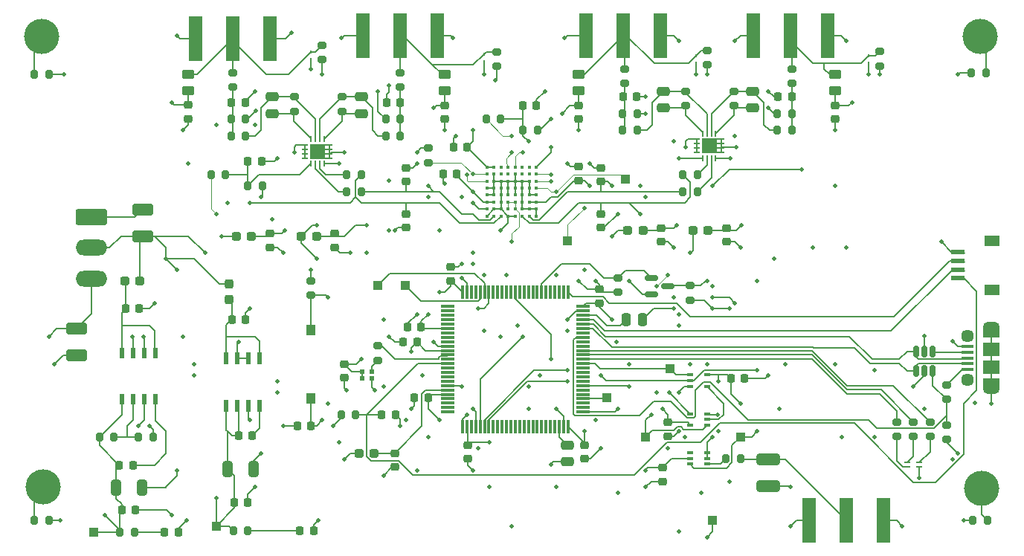
<source format=gbr>
%TF.GenerationSoftware,KiCad,Pcbnew,9.0.3*%
%TF.CreationDate,2025-08-10T03:17:17-04:00*%
%TF.ProjectId,NanoPulse,4e616e6f-5075-46c7-9365-2e6b69636164,Rev 1*%
%TF.SameCoordinates,Original*%
%TF.FileFunction,Copper,L1,Top*%
%TF.FilePolarity,Positive*%
%FSLAX46Y46*%
G04 Gerber Fmt 4.6, Leading zero omitted, Abs format (unit mm)*
G04 Created by KiCad (PCBNEW 9.0.3) date 2025-08-10 03:17:17*
%MOMM*%
%LPD*%
G01*
G04 APERTURE LIST*
G04 Aperture macros list*
%AMRoundRect*
0 Rectangle with rounded corners*
0 $1 Rounding radius*
0 $2 $3 $4 $5 $6 $7 $8 $9 X,Y pos of 4 corners*
0 Add a 4 corners polygon primitive as box body*
4,1,4,$2,$3,$4,$5,$6,$7,$8,$9,$2,$3,0*
0 Add four circle primitives for the rounded corners*
1,1,$1+$1,$2,$3*
1,1,$1+$1,$4,$5*
1,1,$1+$1,$6,$7*
1,1,$1+$1,$8,$9*
0 Add four rect primitives between the rounded corners*
20,1,$1+$1,$2,$3,$4,$5,0*
20,1,$1+$1,$4,$5,$6,$7,0*
20,1,$1+$1,$6,$7,$8,$9,0*
20,1,$1+$1,$8,$9,$2,$3,0*%
G04 Aperture macros list end*
%TA.AperFunction,SMDPad,CuDef*%
%ADD10RoundRect,0.250000X-0.945000X0.420000X-0.945000X-0.420000X0.945000X-0.420000X0.945000X0.420000X0*%
%TD*%
%TA.AperFunction,SMDPad,CuDef*%
%ADD11RoundRect,0.250000X0.945000X-0.420000X0.945000X0.420000X-0.945000X0.420000X-0.945000X-0.420000X0*%
%TD*%
%TA.AperFunction,SMDPad,CuDef*%
%ADD12RoundRect,0.062500X-0.062500X0.117500X-0.062500X-0.117500X0.062500X-0.117500X0.062500X0.117500X0*%
%TD*%
%TA.AperFunction,SMDPad,CuDef*%
%ADD13RoundRect,0.218750X0.218750X0.256250X-0.218750X0.256250X-0.218750X-0.256250X0.218750X-0.256250X0*%
%TD*%
%TA.AperFunction,SMDPad,CuDef*%
%ADD14RoundRect,0.200000X0.200000X0.275000X-0.200000X0.275000X-0.200000X-0.275000X0.200000X-0.275000X0*%
%TD*%
%TA.AperFunction,SMDPad,CuDef*%
%ADD15R,1.000000X1.000000*%
%TD*%
%TA.AperFunction,SMDPad,CuDef*%
%ADD16RoundRect,0.225000X-0.250000X0.225000X-0.250000X-0.225000X0.250000X-0.225000X0.250000X0.225000X0*%
%TD*%
%TA.AperFunction,SMDPad,CuDef*%
%ADD17C,4.000000*%
%TD*%
%TA.AperFunction,SMDPad,CuDef*%
%ADD18RoundRect,0.200000X-0.200000X-0.275000X0.200000X-0.275000X0.200000X0.275000X-0.200000X0.275000X0*%
%TD*%
%TA.AperFunction,SMDPad,CuDef*%
%ADD19RoundRect,0.225000X-0.225000X-0.250000X0.225000X-0.250000X0.225000X0.250000X-0.225000X0.250000X0*%
%TD*%
%TA.AperFunction,SMDPad,CuDef*%
%ADD20RoundRect,0.237500X0.287500X0.237500X-0.287500X0.237500X-0.287500X-0.237500X0.287500X-0.237500X0*%
%TD*%
%TA.AperFunction,SMDPad,CuDef*%
%ADD21R,1.500000X5.080000*%
%TD*%
%TA.AperFunction,SMDPad,CuDef*%
%ADD22R,0.533400X1.460500*%
%TD*%
%TA.AperFunction,SMDPad,CuDef*%
%ADD23RoundRect,0.237500X-0.287500X-0.237500X0.287500X-0.237500X0.287500X0.237500X-0.287500X0.237500X0*%
%TD*%
%TA.AperFunction,SMDPad,CuDef*%
%ADD24RoundRect,0.250000X-0.475000X0.250000X-0.475000X-0.250000X0.475000X-0.250000X0.475000X0.250000X0*%
%TD*%
%TA.AperFunction,SMDPad,CuDef*%
%ADD25RoundRect,0.200000X0.275000X-0.200000X0.275000X0.200000X-0.275000X0.200000X-0.275000X-0.200000X0*%
%TD*%
%TA.AperFunction,SMDPad,CuDef*%
%ADD26RoundRect,0.225000X0.225000X0.250000X-0.225000X0.250000X-0.225000X-0.250000X0.225000X-0.250000X0*%
%TD*%
%TA.AperFunction,SMDPad,CuDef*%
%ADD27RoundRect,0.250000X-0.325000X-0.650000X0.325000X-0.650000X0.325000X0.650000X-0.325000X0.650000X0*%
%TD*%
%TA.AperFunction,SMDPad,CuDef*%
%ADD28RoundRect,0.100000X-0.225000X-0.100000X0.225000X-0.100000X0.225000X0.100000X-0.225000X0.100000X0*%
%TD*%
%TA.AperFunction,SMDPad,CuDef*%
%ADD29R,0.600000X0.500000*%
%TD*%
%TA.AperFunction,SMDPad,CuDef*%
%ADD30RoundRect,0.225000X0.250000X-0.225000X0.250000X0.225000X-0.250000X0.225000X-0.250000X-0.225000X0*%
%TD*%
%TA.AperFunction,SMDPad,CuDef*%
%ADD31R,0.254000X0.711200*%
%TD*%
%TA.AperFunction,SMDPad,CuDef*%
%ADD32R,0.711200X0.254000*%
%TD*%
%TA.AperFunction,SMDPad,CuDef*%
%ADD33R,1.752600X1.752600*%
%TD*%
%TA.AperFunction,SMDPad,CuDef*%
%ADD34RoundRect,0.250000X0.475000X-0.250000X0.475000X0.250000X-0.475000X0.250000X-0.475000X-0.250000X0*%
%TD*%
%TA.AperFunction,SMDPad,CuDef*%
%ADD35RoundRect,0.200000X-0.275000X0.200000X-0.275000X-0.200000X0.275000X-0.200000X0.275000X0.200000X0*%
%TD*%
%TA.AperFunction,SMDPad,CuDef*%
%ADD36RoundRect,0.250000X-0.250000X-0.475000X0.250000X-0.475000X0.250000X0.475000X-0.250000X0.475000X0*%
%TD*%
%TA.AperFunction,SMDPad,CuDef*%
%ADD37R,0.711200X0.279400*%
%TD*%
%TA.AperFunction,ComponentPad*%
%ADD38RoundRect,0.250000X-1.550000X0.650000X-1.550000X-0.650000X1.550000X-0.650000X1.550000X0.650000X0*%
%TD*%
%TA.AperFunction,ComponentPad*%
%ADD39O,3.600000X1.800000*%
%TD*%
%TA.AperFunction,SMDPad,CuDef*%
%ADD40RoundRect,0.150000X-0.587500X-0.150000X0.587500X-0.150000X0.587500X0.150000X-0.587500X0.150000X0*%
%TD*%
%TA.AperFunction,SMDPad,CuDef*%
%ADD41R,1.000000X1.250000*%
%TD*%
%TA.AperFunction,SMDPad,CuDef*%
%ADD42RoundRect,0.250000X-1.075000X0.400000X-1.075000X-0.400000X1.075000X-0.400000X1.075000X0.400000X0*%
%TD*%
%TA.AperFunction,SMDPad,CuDef*%
%ADD43R,1.550000X0.600000*%
%TD*%
%TA.AperFunction,SMDPad,CuDef*%
%ADD44R,1.800000X1.200000*%
%TD*%
%TA.AperFunction,SMDPad,CuDef*%
%ADD45RoundRect,0.250000X-0.450000X0.262500X-0.450000X-0.262500X0.450000X-0.262500X0.450000X0.262500X0*%
%TD*%
%TA.AperFunction,SMDPad,CuDef*%
%ADD46R,0.482600X1.257300*%
%TD*%
%TA.AperFunction,SMDPad,CuDef*%
%ADD47RoundRect,0.150000X-0.150000X0.512500X-0.150000X-0.512500X0.150000X-0.512500X0.150000X0.512500X0*%
%TD*%
%TA.AperFunction,SMDPad,CuDef*%
%ADD48R,1.350000X0.400000*%
%TD*%
%TA.AperFunction,HeatsinkPad*%
%ADD49O,1.900000X1.200000*%
%TD*%
%TA.AperFunction,SMDPad,CuDef*%
%ADD50R,1.900000X1.200000*%
%TD*%
%TA.AperFunction,HeatsinkPad*%
%ADD51C,1.450000*%
%TD*%
%TA.AperFunction,SMDPad,CuDef*%
%ADD52R,1.900000X1.500000*%
%TD*%
%TA.AperFunction,SMDPad,CuDef*%
%ADD53RoundRect,0.075000X-0.725000X-0.075000X0.725000X-0.075000X0.725000X0.075000X-0.725000X0.075000X0*%
%TD*%
%TA.AperFunction,SMDPad,CuDef*%
%ADD54RoundRect,0.075000X-0.075000X-0.725000X0.075000X-0.725000X0.075000X0.725000X-0.075000X0.725000X0*%
%TD*%
%TA.AperFunction,SMDPad,CuDef*%
%ADD55RoundRect,0.250000X0.450000X-0.262500X0.450000X0.262500X-0.450000X0.262500X-0.450000X-0.262500X0*%
%TD*%
%TA.AperFunction,SMDPad,CuDef*%
%ADD56RoundRect,0.100000X0.225000X0.100000X-0.225000X0.100000X-0.225000X-0.100000X0.225000X-0.100000X0*%
%TD*%
%TA.AperFunction,SMDPad,CuDef*%
%ADD57RoundRect,0.237500X-0.237500X0.287500X-0.237500X-0.287500X0.237500X-0.287500X0.237500X0.287500X0*%
%TD*%
%TA.AperFunction,SMDPad,CuDef*%
%ADD58C,0.406400*%
%TD*%
%TA.AperFunction,ViaPad*%
%ADD59C,0.500000*%
%TD*%
%TA.AperFunction,Conductor*%
%ADD60C,0.200000*%
%TD*%
%TA.AperFunction,Conductor*%
%ADD61C,0.090000*%
%TD*%
G04 APERTURE END LIST*
D10*
%TO.P,C11,2*%
%TO.N,GND*%
X90170000Y-97425000D03*
%TO.P,C11,1*%
%TO.N,-6V*%
X90170000Y-94345000D03*
%TD*%
D11*
%TO.P,C13,2*%
%TO.N,GND*%
X97669546Y-80767710D03*
%TO.P,C13,1*%
%TO.N,+6V*%
X97669546Y-83847710D03*
%TD*%
D12*
%TO.P,D1,1,A1*%
%TO.N,GND*%
X136525000Y-63920000D03*
%TO.P,D1,2,A2*%
%TO.N,/ADC Driver Stage - Final Buffer CH A/External_IN+*%
X136525000Y-63080000D03*
%TD*%
D13*
%TO.P,D9,1,K*%
%TO.N,GND*%
X117145000Y-117368238D03*
%TO.P,D9,2,A*%
%TO.N,Net-(D9-A)*%
X115570000Y-117368238D03*
%TD*%
D14*
%TO.P,R49,1*%
%TO.N,Net-(C60-Pad1)*%
X127000000Y-70485000D03*
%TO.P,R49,2*%
%TO.N,GND*%
X125350000Y-70485000D03*
%TD*%
D15*
%TO.P,TP17,1,1*%
%TO.N,Trig_Detect*%
X165735000Y-106680000D03*
%TD*%
D16*
%TO.P,C85,1*%
%TO.N,+3.3V*%
X157480000Y-105055000D03*
%TO.P,C85,2*%
%TO.N,GND*%
X157480000Y-106605000D03*
%TD*%
D14*
%TO.P,R66,1*%
%TO.N,Net-(U14A--OUT)*%
X160845000Y-78740000D03*
%TO.P,R66,2*%
%TO.N,/ADC Driver Stage - Final Buffer CH B/Filtered_IN-*%
X159195000Y-78740000D03*
%TD*%
D16*
%TO.P,C31,1*%
%TO.N,+3.3V*%
X147955000Y-107630000D03*
%TO.P,C31,2*%
%TO.N,GND*%
X147955000Y-109180000D03*
%TD*%
D17*
%TO.P,H3,1,1*%
%TO.N,Net-(H3-Pad1)*%
X86360000Y-112395000D03*
%TD*%
D12*
%TO.P,D4,1,A1*%
%TO.N,GND*%
X160655000Y-64135000D03*
%TO.P,D4,2,A2*%
%TO.N,/ADC Driver Stage - Final Buffer CH B/External_IN-*%
X160655000Y-63295000D03*
%TD*%
D18*
%TO.P,R58,1*%
%TO.N,REF_5V*%
X136780000Y-70485000D03*
%TO.P,R58,2*%
%TO.N,Net-(U14A-VOCM)*%
X138430000Y-70485000D03*
%TD*%
D14*
%TO.P,R50,1*%
%TO.N,Net-(U13A--IN1)*%
X109410000Y-72390000D03*
%TO.P,R50,2*%
%TO.N,Net-(C59-Pad1)*%
X107760000Y-72390000D03*
%TD*%
D19*
%TO.P,C5,1*%
%TO.N,+5.4V*%
X95004845Y-109906311D03*
%TO.P,C5,2*%
%TO.N,Net-(U1-BYP)*%
X96554845Y-109906311D03*
%TD*%
D20*
%TO.P,FB13,1*%
%TO.N,Net-(U13B--VCLAMP)*%
X117475000Y-83820000D03*
%TO.P,FB13,2*%
%TO.N,-5.4V*%
X115725000Y-83820000D03*
%TD*%
D18*
%TO.P,R19,1*%
%TO.N,+1.8V*%
X108016576Y-117368238D03*
%TO.P,R19,2*%
%TO.N,Net-(D9-A)*%
X109666576Y-117368238D03*
%TD*%
D21*
%TO.P,J3,1,In*%
%TO.N,/ADC Driver Stage - Final Buffer CH B/External_IN+*%
X171450000Y-60960000D03*
%TO.P,J3,2,Ext*%
%TO.N,GND*%
X167200000Y-60960000D03*
X175700000Y-60960000D03*
%TD*%
D18*
%TO.P,R63,1*%
%TO.N,Net-(U14A-+IN1)*%
X169934999Y-71755000D03*
%TO.P,R63,2*%
%TO.N,Net-(C69-Pad1)*%
X171584999Y-71755000D03*
%TD*%
D22*
%TO.P,U4,1,OUT*%
%TO.N,+1.8V*%
X107219476Y-103186988D03*
%TO.P,U4,2,SENSE/ADJ*%
X108489476Y-103186988D03*
%TO.P,U4,3,GND*%
%TO.N,GND*%
X109759476Y-103186988D03*
%TO.P,U4,4,BYP*%
%TO.N,Net-(U4-BYP)*%
X111029476Y-103186988D03*
%TO.P,U4,5,\u002ASHDN*%
%TO.N,Net-(U4-\u002ASHDN)*%
X111029476Y-97738688D03*
%TO.P,U4,6,GND*%
%TO.N,GND*%
X109759476Y-97738688D03*
%TO.P,U4,7,GND*%
X108489476Y-97738688D03*
%TO.P,U4,8,IN*%
%TO.N,Net-(U4-\u002ASHDN)*%
X107219476Y-97738688D03*
%TD*%
D23*
%TO.P,FB1,1*%
%TO.N,Net-(U1-\u002ASHDN)*%
X95645000Y-88900000D03*
%TO.P,FB1,2*%
%TO.N,+6V*%
X97395000Y-88900000D03*
%TD*%
D24*
%TO.P,C26,1*%
%TO.N,Net-(C26-Pad1)*%
X146050000Y-107635000D03*
%TO.P,C26,2*%
%TO.N,GND*%
X146050000Y-109535000D03*
%TD*%
D25*
%TO.P,R52,1*%
%TO.N,Net-(U13A-+FB)*%
X114935000Y-69600000D03*
%TO.P,R52,2*%
%TO.N,Net-(U13A--IN1)*%
X114935000Y-67950000D03*
%TD*%
D20*
%TO.P,FB15,1*%
%TO.N,Net-(U14B--VCLAMP)*%
X162059999Y-83184999D03*
%TO.P,FB15,2*%
%TO.N,-5.4V*%
X160309999Y-83184999D03*
%TD*%
D26*
%TO.P,C37,1*%
%TO.N,+3.3V*%
X116840000Y-105410000D03*
%TO.P,C37,2*%
%TO.N,GND*%
X115290000Y-105410000D03*
%TD*%
D27*
%TO.P,C2,1*%
%TO.N,+5.4V*%
X94649845Y-112446311D03*
%TO.P,C2,2*%
%TO.N,GND*%
X97599845Y-112446311D03*
%TD*%
D18*
%TO.P,R46,1*%
%TO.N,REF_5V*%
X105475000Y-76835000D03*
%TO.P,R46,2*%
%TO.N,Net-(U13A-VOCM)*%
X107125000Y-76835000D03*
%TD*%
D28*
%TO.P,U19,1*%
%TO.N,Trig_Enable*%
X160020000Y-99620000D03*
%TO.P,U19,2*%
%TO.N,Trig_Detect*%
X160020000Y-100270000D03*
%TO.P,U19,3,GND*%
%TO.N,GND*%
X160020000Y-100920000D03*
%TO.P,U19,4*%
%TO.N,Net-(U19-Pad4)*%
X161920000Y-100920000D03*
%TO.P,U19,5,VCC*%
%TO.N,+3.3V*%
X161920000Y-99620000D03*
%TD*%
D29*
%TO.P,U9,1,EN*%
%TO.N,+3.3V*%
X122640000Y-100045000D03*
%TO.P,U9,2,GND*%
%TO.N,GND*%
X123740000Y-100045000D03*
%TO.P,U9,3,OUT*%
%TO.N,Net-(U9-OUT)*%
X123740000Y-99245000D03*
%TO.P,U9,4,VDD*%
%TO.N,+3.3V*%
X122640000Y-99245000D03*
%TD*%
D24*
%TO.P,C71,1*%
%TO.N,Net-(U14A--IN1)*%
X156979998Y-67310000D03*
%TO.P,C71,2*%
%TO.N,Net-(U14A-+FB)*%
X156979998Y-69210000D03*
%TD*%
D15*
%TO.P,TP19,1,1*%
%TO.N,Manual_Trigger*%
X154940000Y-106680000D03*
%TD*%
D21*
%TO.P,J4,1,In*%
%TO.N,/ADC Driver Stage - Final Buffer CH B/External_IN-*%
X152400000Y-60960000D03*
%TO.P,J4,2,Ext*%
%TO.N,GND*%
X148150000Y-60960000D03*
X156650000Y-60960000D03*
%TD*%
D15*
%TO.P,TP8,1,1*%
%TO.N,UART4_TX*%
X127605176Y-89465317D03*
%TD*%
D30*
%TO.P,C73,1*%
%TO.N,/ADC Driver Stage - Final Buffer CH B/Filtered_IN-*%
X149860000Y-77610000D03*
%TO.P,C73,2*%
%TO.N,GND*%
X149860000Y-76060000D03*
%TD*%
D26*
%TO.P,C61,1*%
%TO.N,GND*%
X111218156Y-75259827D03*
%TO.P,C61,2*%
%TO.N,Net-(U13A-VOCM)*%
X109668156Y-75259827D03*
%TD*%
D18*
%TO.P,R72,1*%
%TO.N,Net-(R72-Pad1)*%
X164085000Y-109145000D03*
%TO.P,R72,2*%
%TO.N,/Trigger Circuit/Trigger_Signal*%
X165735000Y-109145000D03*
%TD*%
D16*
%TO.P,C64,1*%
%TO.N,/ADC Driver Stage - Final Buffer CH A/Filtered_IN-*%
X127635000Y-81280000D03*
%TO.P,C64,2*%
%TO.N,GND*%
X127635000Y-82830000D03*
%TD*%
D31*
%TO.P,U13,1,-FB*%
%TO.N,Net-(U13A--FB)*%
X118340002Y-72771000D03*
%TO.P,U13,2,+IN1*%
%TO.N,Net-(U13A-+IN1)*%
X117840001Y-72771000D03*
%TO.P,U13,3,-IN1*%
%TO.N,Net-(U13A--IN1)*%
X117340001Y-72771000D03*
%TO.P,U13,4,+FB*%
%TO.N,Net-(U13A-+FB)*%
X116840000Y-72771000D03*
D32*
%TO.P,U13,5,MODE*%
%TO.N,Net-(U13B-+VCLAMP)*%
X116193001Y-73417999D03*
%TO.P,U13,6,+VS*%
X116193001Y-73918000D03*
%TO.P,U13,7,+VS*%
X116193001Y-74418000D03*
%TO.P,U13,8,+VCLAMP*%
X116193001Y-74918001D03*
D31*
%TO.P,U13,9,VOCM*%
%TO.N,Net-(U13A-VOCM)*%
X116840000Y-75565000D03*
%TO.P,U13,10,+OUT*%
%TO.N,Net-(U13A-+OUT)*%
X117340001Y-75565000D03*
%TO.P,U13,11,-OUT*%
%TO.N,Net-(U13A--OUT)*%
X117840001Y-75565000D03*
%TO.P,U13,12,~{DISABLE1}*%
%TO.N,Net-(U13B-+VCLAMP)*%
X118340002Y-75565000D03*
D32*
%TO.P,U13,13,-VCLAMP*%
%TO.N,Net-(U13B--VCLAMP)*%
X118987001Y-74918001D03*
%TO.P,U13,14,-VS*%
X118987001Y-74418000D03*
%TO.P,U13,15,-VS*%
X118987001Y-73918000D03*
%TO.P,U13,16,DGND*%
X118987001Y-73417999D03*
D33*
%TO.P,U13,17,-VS*%
X117590001Y-74168000D03*
%TD*%
D34*
%TO.P,C63,1*%
%TO.N,Net-(U13A--FB)*%
X122555000Y-69850000D03*
%TO.P,C63,2*%
%TO.N,Net-(U13A-+IN1)*%
X122555000Y-67950000D03*
%TD*%
D18*
%TO.P,R60,1*%
%TO.N,Net-(U14A-VOCM)*%
X140969999Y-71755000D03*
%TO.P,R60,2*%
%TO.N,GND*%
X142619999Y-71755000D03*
%TD*%
D16*
%TO.P,C30,1*%
%TO.N,+3.3V*%
X134682537Y-107598058D03*
%TO.P,C30,2*%
%TO.N,GND*%
X134682537Y-109148058D03*
%TD*%
%TO.P,C35,1*%
%TO.N,+3.3V*%
X120650000Y-98375000D03*
%TO.P,C35,2*%
%TO.N,GND*%
X120650000Y-99925000D03*
%TD*%
D12*
%TO.P,D3,1,A1*%
%TO.N,GND*%
X180340000Y-64135000D03*
%TO.P,D3,2,A2*%
%TO.N,/ADC Driver Stage - Final Buffer CH B/External_IN+*%
X180340000Y-63295000D03*
%TD*%
%TO.P,D2,1,A1*%
%TO.N,GND*%
X116840000Y-63705000D03*
%TO.P,D2,2,A2*%
%TO.N,/ADC Driver Stage - Final Buffer CH A/External_IN-*%
X116840000Y-62865000D03*
%TD*%
D25*
%TO.P,R64,1*%
%TO.N,Net-(U14A-+FB)*%
X159519999Y-68965000D03*
%TO.P,R64,2*%
%TO.N,Net-(U14A--IN1)*%
X159519999Y-67315000D03*
%TD*%
D35*
%TO.P,R65,1*%
%TO.N,Net-(U14A-+IN1)*%
X164984999Y-67315000D03*
%TO.P,R65,2*%
%TO.N,Net-(U14A--FB)*%
X164984999Y-68965000D03*
%TD*%
D30*
%TO.P,C32,1*%
%TO.N,+3.3V*%
X149656332Y-91433327D03*
%TO.P,C32,2*%
%TO.N,GND*%
X149656332Y-89883327D03*
%TD*%
D36*
%TO.P,C27,1*%
%TO.N,Net-(C27-Pad1)*%
X152720000Y-93345000D03*
%TO.P,C27,2*%
%TO.N,GND*%
X154620000Y-93345000D03*
%TD*%
D25*
%TO.P,R57,1*%
%TO.N,Net-(C68-Pad1)*%
X152534999Y-66420000D03*
%TO.P,R57,2*%
%TO.N,/ADC Driver Stage - Final Buffer CH B/External_IN-*%
X152534999Y-64770000D03*
%TD*%
D15*
%TO.P,TP11,1,1*%
%TO.N,SCK*%
X146076418Y-84387514D03*
%TD*%
D21*
%TO.P,J2,1,In*%
%TO.N,/ADC Driver Stage - Final Buffer CH A/External_IN-*%
X107950000Y-61312500D03*
%TO.P,J2,2,Ext*%
%TO.N,GND*%
X103700000Y-61312500D03*
X112200000Y-61312500D03*
%TD*%
D35*
%TO.P,R7,1*%
%TO.N,/ADC Driver Stage - Final Buffer CH B/External_IN+*%
X181610000Y-62787500D03*
%TO.P,R7,2*%
%TO.N,GND*%
X181610000Y-64437500D03*
%TD*%
D15*
%TO.P,TP9,1,1*%
%TO.N,UART4_CTS*%
X150495000Y-102235000D03*
%TD*%
D30*
%TO.P,C33,1*%
%TO.N,+3.3V*%
X132715000Y-88900000D03*
%TO.P,C33,2*%
%TO.N,GND*%
X132715000Y-87350000D03*
%TD*%
D13*
%TO.P,D5,1,K*%
%TO.N,GND*%
X101752500Y-117526311D03*
%TO.P,D5,2,A*%
%TO.N,Net-(D5-A)*%
X100177500Y-117526311D03*
%TD*%
D37*
%TO.P,D13,1,1*%
%TO.N,GND*%
X186093100Y-110067500D03*
%TO.P,D13,2,2*%
%TO.N,Net-(D13-Pad2)*%
X186093100Y-109592500D03*
%TO.P,D13,3,3*%
%TO.N,Net-(D13-Pad3)*%
X184746900Y-109592500D03*
%TO.P,D13,4,4*%
%TO.N,Net-(D13-Pad4)*%
X184746900Y-110067500D03*
%TD*%
D15*
%TO.P,TP7,1,1*%
%TO.N,UART4_RX*%
X124430176Y-89465317D03*
%TD*%
D35*
%TO.P,R2,1*%
%TO.N,/ADC Driver Stage - Final Buffer CH A/External_IN-*%
X118110000Y-62055000D03*
%TO.P,R2,2*%
%TO.N,GND*%
X118110000Y-63705000D03*
%TD*%
D14*
%TO.P,R67,1*%
%TO.N,Net-(U14A-+OUT)*%
X160845000Y-76835000D03*
%TO.P,R67,2*%
%TO.N,/ADC Driver Stage - Final Buffer CH B/Filtered_IN+*%
X159195000Y-76835000D03*
%TD*%
D17*
%TO.P,H2,1,1*%
%TO.N,Net-(H2-Pad1)*%
X86217183Y-61102817D03*
%TD*%
D14*
%TO.P,R61,1*%
%TO.N,Net-(C69-Pad1)*%
X171584999Y-69850000D03*
%TO.P,R61,2*%
%TO.N,GND*%
X169934999Y-69850000D03*
%TD*%
D38*
%TO.P,J6,1,Pin_1*%
%TO.N,GND*%
X91832500Y-81645000D03*
D39*
%TO.P,J6,2,Pin_2*%
%TO.N,+6V*%
X91832500Y-85145000D03*
%TO.P,J6,3,Pin_3*%
%TO.N,-6V*%
X91832500Y-88645000D03*
%TD*%
D18*
%TO.P,R6,1*%
%TO.N,GND*%
X192215000Y-116205000D03*
%TO.P,R6,2*%
%TO.N,Net-(H4-Pad1)*%
X193865000Y-116205000D03*
%TD*%
%TO.P,R26,1*%
%TO.N,+3.3V*%
X120270000Y-104140000D03*
%TO.P,R26,2*%
%TO.N,NRST*%
X121920000Y-104140000D03*
%TD*%
D40*
%TO.P,Q1,1,G*%
%TO.N,/MCU-FPGA/PD1*%
X155605000Y-88585000D03*
%TO.P,Q1,2,S*%
%TO.N,GND*%
X155605000Y-90485000D03*
%TO.P,Q1,3,D*%
%TO.N,{slash}RESET_MCU*%
X157480000Y-89535000D03*
%TD*%
D41*
%TO.P,SW1,1,1*%
%TO.N,/MCU-FPGA/BOOT*%
X116840000Y-94550000D03*
%TO.P,SW1,2,2*%
%TO.N,+3.3V*%
X116840000Y-102300000D03*
%TD*%
D15*
%TO.P,TP1,1,1*%
%TO.N,+5.4V*%
X92109845Y-117526311D03*
%TD*%
D42*
%TO.P,R71,1*%
%TO.N,/Trigger Circuit/Trigger_Signal*%
X168910000Y-109220000D03*
%TO.P,R71,2*%
%TO.N,GND*%
X168910000Y-112320000D03*
%TD*%
D21*
%TO.P,J5,1,In*%
%TO.N,/Trigger Circuit/Trigger_Signal*%
X177800000Y-116205000D03*
%TO.P,J5,2,Ext*%
%TO.N,GND*%
X182050000Y-116205000D03*
X173550000Y-116205000D03*
%TD*%
%TO.P,J1,1,In*%
%TO.N,/ADC Driver Stage - Final Buffer CH A/External_IN+*%
X127000000Y-60960000D03*
%TO.P,J1,2,Ext*%
%TO.N,GND*%
X122750000Y-60960000D03*
X131250000Y-60960000D03*
%TD*%
D18*
%TO.P,R11,1*%
%TO.N,+5.4V*%
X92744845Y-106731311D03*
%TO.P,R11,2*%
%TO.N,Net-(U1-SENSE{slash}ADJ)*%
X94394845Y-106731311D03*
%TD*%
D35*
%TO.P,R23,1*%
%TO.N,/MCU-FPGA/LED_B*%
X183515000Y-105005000D03*
%TO.P,R23,2*%
%TO.N,Net-(D13-Pad4)*%
X183515000Y-106655000D03*
%TD*%
D16*
%TO.P,C67,1*%
%TO.N,Net-(U13B--VCLAMP)*%
X119535000Y-83540000D03*
%TO.P,C67,2*%
%TO.N,GND*%
X119535000Y-85090000D03*
%TD*%
D19*
%TO.P,C36,1*%
%TO.N,NRST*%
X124905000Y-104140000D03*
%TO.P,C36,2*%
%TO.N,GND*%
X126455000Y-104140000D03*
%TD*%
D15*
%TO.P,TP4,1,1*%
%TO.N,+1.8V*%
X106045000Y-116840000D03*
%TD*%
D18*
%TO.P,R55,1*%
%TO.N,Net-(U13A-+OUT)*%
X120905000Y-78740000D03*
%TO.P,R55,2*%
%TO.N,/ADC Driver Stage - Final Buffer CH A/Filtered_IN+*%
X122555000Y-78740000D03*
%TD*%
D14*
%TO.P,R62,1*%
%TO.N,Net-(U14A--IN1)*%
X153994999Y-71755000D03*
%TO.P,R62,2*%
%TO.N,Net-(C68-Pad1)*%
X152344999Y-71755000D03*
%TD*%
D26*
%TO.P,C60,1*%
%TO.N,Net-(C60-Pad1)*%
X127000000Y-68580000D03*
%TO.P,C60,2*%
%TO.N,GND*%
X125450000Y-68580000D03*
%TD*%
%TO.P,C40,1*%
%TO.N,+5V*%
X133452958Y-76695731D03*
%TO.P,C40,2*%
%TO.N,GND*%
X131902958Y-76695731D03*
%TD*%
D18*
%TO.P,R51,1*%
%TO.N,Net-(U13A-+IN1)*%
X125350000Y-72390000D03*
%TO.P,R51,2*%
%TO.N,Net-(C60-Pad1)*%
X127000000Y-72390000D03*
%TD*%
D15*
%TO.P,TP15,1,1*%
%TO.N,{slash}CS*%
X152638719Y-77326806D03*
%TD*%
D14*
%TO.P,R5,1*%
%TO.N,GND*%
X86995000Y-116205000D03*
%TO.P,R5,2*%
%TO.N,Net-(H3-Pad1)*%
X85345000Y-116205000D03*
%TD*%
D20*
%TO.P,FB12,1*%
%TO.N,Net-(U13B-+VCLAMP)*%
X110095000Y-83820000D03*
%TO.P,FB12,2*%
%TO.N,+5.4V*%
X108345000Y-83820000D03*
%TD*%
D15*
%TO.P,TP18,1,1*%
%TO.N,Trig_Enable*%
X157754412Y-98943440D03*
%TD*%
%TO.P,TP10,1,1*%
%TO.N,GND*%
X162560000Y-116205000D03*
%TD*%
D19*
%TO.P,C1,1*%
%TO.N,+5.4V*%
X95284845Y-114986311D03*
%TO.P,C1,2*%
%TO.N,GND*%
X96834845Y-114986311D03*
%TD*%
D18*
%TO.P,R59,1*%
%TO.N,Net-(C68-Pad1)*%
X152344999Y-69850000D03*
%TO.P,R59,2*%
%TO.N,GND*%
X153994999Y-69850000D03*
%TD*%
D43*
%TO.P,J7,1,1*%
%TO.N,NRST*%
X190500000Y-88630000D03*
%TO.P,J7,2,2*%
%TO.N,/MCU-FPGA/PA13*%
X190500000Y-87630000D03*
%TO.P,J7,3,3*%
%TO.N,/MCU-FPGA/PA14*%
X190500000Y-86630000D03*
%TO.P,J7,4,4*%
%TO.N,GND*%
X190500000Y-85630000D03*
D44*
%TO.P,J7,S1*%
%TO.N,N/C*%
X194375000Y-89930000D03*
%TO.P,J7,S2*%
X194375000Y-84330000D03*
%TD*%
D45*
%TO.P,R36,1*%
%TO.N,/ADC Driver Stage - Final Buffer CH A/External_IN+*%
X132080000Y-65405000D03*
%TO.P,R36,2*%
%TO.N,Net-(U11A-+IN1)*%
X132080000Y-67230000D03*
%TD*%
D25*
%TO.P,R45,1*%
%TO.N,Net-(C59-Pad1)*%
X107950000Y-66865000D03*
%TO.P,R45,2*%
%TO.N,/ADC Driver Stage - Final Buffer CH A/External_IN-*%
X107950000Y-65215000D03*
%TD*%
D16*
%TO.P,C66,1*%
%TO.N,Net-(U13B-+VCLAMP)*%
X112155000Y-83540000D03*
%TO.P,C66,2*%
%TO.N,GND*%
X112155000Y-85090000D03*
%TD*%
D27*
%TO.P,C16,1*%
%TO.N,+1.8V*%
X107351576Y-110383238D03*
%TO.P,C16,2*%
%TO.N,GND*%
X110301576Y-110383238D03*
%TD*%
D16*
%TO.P,C51,1*%
%TO.N,Net-(U12B-+IN2)*%
X147320000Y-68935000D03*
%TO.P,C51,2*%
%TO.N,GND*%
X147320000Y-70485000D03*
%TD*%
D35*
%TO.P,R31,1*%
%TO.N,Net-(J8-VBUS)*%
X189230000Y-100775000D03*
%TO.P,R31,2*%
%TO.N,USB_VBUS*%
X189230000Y-102425000D03*
%TD*%
D26*
%TO.P,C34,1*%
%TO.N,+3.3V*%
X130175000Y-102235000D03*
%TO.P,C34,2*%
%TO.N,GND*%
X128625000Y-102235000D03*
%TD*%
D23*
%TO.P,FB7,1*%
%TO.N,+3.3V*%
X122315000Y-108585000D03*
%TO.P,FB7,2*%
%TO.N,Net-(U7-VREF+)*%
X124065000Y-108585000D03*
%TD*%
D25*
%TO.P,R30,1*%
%TO.N,+3.3V*%
X160050000Y-91120000D03*
%TO.P,R30,2*%
%TO.N,{slash}RESET_MCU*%
X160050000Y-89470000D03*
%TD*%
D18*
%TO.P,R3,1*%
%TO.N,GND*%
X192025743Y-65211384D03*
%TO.P,R3,2*%
%TO.N,Net-(H1-Pad1)*%
X193675743Y-65211384D03*
%TD*%
D24*
%TO.P,C62,1*%
%TO.N,Net-(U13A--IN1)*%
X112395000Y-67945000D03*
%TO.P,C62,2*%
%TO.N,Net-(U13A-+FB)*%
X112395000Y-69845000D03*
%TD*%
D19*
%TO.P,C59,1*%
%TO.N,Net-(C59-Pad1)*%
X107810000Y-68580000D03*
%TO.P,C59,2*%
%TO.N,GND*%
X109360000Y-68580000D03*
%TD*%
D18*
%TO.P,R54,1*%
%TO.N,Net-(U13A--OUT)*%
X120905000Y-76835000D03*
%TO.P,R54,2*%
%TO.N,/ADC Driver Stage - Final Buffer CH A/Filtered_IN-*%
X122555000Y-76835000D03*
%TD*%
D26*
%TO.P,C69,1*%
%TO.N,Net-(C69-Pad1)*%
X171584999Y-67945000D03*
%TO.P,C69,2*%
%TO.N,GND*%
X170034999Y-67945000D03*
%TD*%
D35*
%TO.P,R33,1*%
%TO.N,+1.8V*%
X130242150Y-73801973D03*
%TO.P,R33,2*%
%TO.N,{slash}RESET*%
X130242150Y-75451973D03*
%TD*%
%TO.P,R8,1*%
%TO.N,/ADC Driver Stage - Final Buffer CH B/External_IN-*%
X161925000Y-62675000D03*
%TO.P,R8,2*%
%TO.N,GND*%
X161925000Y-64325000D03*
%TD*%
D26*
%TO.P,C29,1*%
%TO.N,+3.3V*%
X128905000Y-95885000D03*
%TO.P,C29,2*%
%TO.N,GND*%
X127355000Y-95885000D03*
%TD*%
D16*
%TO.P,C76,1*%
%TO.N,Net-(U14B--VCLAMP)*%
X164119999Y-82904999D03*
%TO.P,C76,2*%
%TO.N,GND*%
X164119999Y-84454999D03*
%TD*%
D25*
%TO.P,R56,1*%
%TO.N,Net-(C69-Pad1)*%
X171584999Y-66420000D03*
%TO.P,R56,2*%
%TO.N,/ADC Driver Stage - Final Buffer CH B/External_IN+*%
X171584999Y-64770000D03*
%TD*%
D19*
%TO.P,C68,1*%
%TO.N,Net-(C68-Pad1)*%
X152394999Y-67945000D03*
%TO.P,C68,2*%
%TO.N,GND*%
X153944999Y-67945000D03*
%TD*%
D46*
%TO.P,U1,1,OUT*%
%TO.N,+5.4V*%
X95284845Y-102368861D03*
%TO.P,U1,2,SENSE/ADJ*%
%TO.N,Net-(U1-SENSE{slash}ADJ)*%
X96554845Y-102368861D03*
%TO.P,U1,3,GND*%
%TO.N,GND*%
X97824845Y-102368861D03*
%TO.P,U1,4,BYP*%
%TO.N,Net-(U1-BYP)*%
X99094845Y-102368861D03*
%TO.P,U1,5,\u002ASHDN*%
%TO.N,Net-(U1-\u002ASHDN)*%
X99094845Y-97123761D03*
%TO.P,U1,6,GND*%
%TO.N,GND*%
X97824845Y-97123761D03*
%TO.P,U1,7,GND*%
X96554845Y-97123761D03*
%TO.P,U1,8,IN*%
%TO.N,Net-(U1-\u002ASHDN)*%
X95284845Y-97123761D03*
%TD*%
D35*
%TO.P,R32,1*%
%TO.N,/MCU-FPGA/PD1*%
X151795000Y-88580000D03*
%TO.P,R32,2*%
%TO.N,GND*%
X151795000Y-90230000D03*
%TD*%
D17*
%TO.P,H4,1,1*%
%TO.N,Net-(H4-Pad1)*%
X193182817Y-112537817D03*
%TD*%
D25*
%TO.P,R29,1*%
%TO.N,/MCU-FPGA/BOOT*%
X116840000Y-90550000D03*
%TO.P,R29,2*%
%TO.N,GND*%
X116840000Y-88900000D03*
%TD*%
D16*
%TO.P,C45,1*%
%TO.N,Net-(U11A-+IN1)*%
X132080000Y-68909827D03*
%TO.P,C45,2*%
%TO.N,GND*%
X132080000Y-70459827D03*
%TD*%
D14*
%TO.P,R4,1*%
%TO.N,GND*%
X86995000Y-65405000D03*
%TO.P,R4,2*%
%TO.N,Net-(H2-Pad1)*%
X85345000Y-65405000D03*
%TD*%
D47*
%TO.P,U8,1*%
%TO.N,USB_ID*%
X187640000Y-96937500D03*
%TO.P,U8,2*%
%TO.N,GND*%
X186690000Y-96937500D03*
%TO.P,U8,3*%
%TO.N,USB_D+*%
X185740000Y-96937500D03*
%TO.P,U8,4*%
%TO.N,USB_D-*%
X185740000Y-99212500D03*
%TO.P,U8,5*%
%TO.N,GND*%
X186690000Y-99212500D03*
%TO.P,U8,6*%
%TO.N,USB_VBUS*%
X187640000Y-99212500D03*
%TD*%
D26*
%TO.P,C38,1*%
%TO.N,+1.8V*%
X134620000Y-73660000D03*
%TO.P,C38,2*%
%TO.N,GND*%
X133070000Y-73660000D03*
%TD*%
D16*
%TO.P,C53,1*%
%TO.N,Net-(U12A-+IN1)*%
X176530000Y-68935000D03*
%TO.P,C53,2*%
%TO.N,GND*%
X176530000Y-70485000D03*
%TD*%
%TO.P,C25,1*%
%TO.N,Net-(U7-VREF+)*%
X126365000Y-108585000D03*
%TO.P,C25,2*%
%TO.N,GND*%
X126365000Y-110135000D03*
%TD*%
D48*
%TO.P,J8,1,VBUS*%
%TO.N,Net-(J8-VBUS)*%
X191610000Y-99010000D03*
%TO.P,J8,2,D-*%
%TO.N,USB_D-*%
X191610000Y-98360000D03*
%TO.P,J8,3,D+*%
%TO.N,USB_D+*%
X191610000Y-97710000D03*
%TO.P,J8,4,ID*%
%TO.N,USB_ID*%
X191610000Y-97060000D03*
%TO.P,J8,5,GND*%
%TO.N,GND*%
X191610000Y-96410000D03*
D49*
%TO.P,J8,6,Shield*%
X194310000Y-101210000D03*
D50*
X194310000Y-100610000D03*
D51*
X191610000Y-100210000D03*
D52*
X194310000Y-98710000D03*
X194310000Y-96710000D03*
D51*
X191610000Y-95210000D03*
D50*
X194310000Y-94810000D03*
D49*
X194310000Y-94210000D03*
%TD*%
D26*
%TO.P,C28,1*%
%TO.N,+3.3V*%
X129371908Y-94202384D03*
%TO.P,C28,2*%
%TO.N,GND*%
X127821908Y-94202384D03*
%TD*%
D18*
%TO.P,R47,1*%
%TO.N,Net-(C59-Pad1)*%
X107760000Y-70485000D03*
%TO.P,R47,2*%
%TO.N,GND*%
X109410000Y-70485000D03*
%TD*%
D53*
%TO.P,U7,1,PE2*%
%TO.N,unconnected-(U7-PE2-Pad1)*%
X132430000Y-91845000D03*
%TO.P,U7,2,PE3*%
%TO.N,unconnected-(U7-PE3-Pad2)*%
X132430000Y-92345000D03*
%TO.P,U7,3,PE4*%
%TO.N,unconnected-(U7-PE4-Pad3)*%
X132430000Y-92845000D03*
%TO.P,U7,4,PE5*%
%TO.N,unconnected-(U7-PE5-Pad4)*%
X132430000Y-93345000D03*
%TO.P,U7,5,PE6*%
%TO.N,unconnected-(U7-PE6-Pad5)*%
X132430000Y-93845000D03*
%TO.P,U7,6,VBAT*%
%TO.N,+3.3V*%
X132430000Y-94345000D03*
%TO.P,U7,7,PC13*%
%TO.N,unconnected-(U7-PC13-Pad7)*%
X132430000Y-94845000D03*
%TO.P,U7,8,PC14*%
%TO.N,unconnected-(U7-PC14-Pad8)*%
X132430000Y-95345000D03*
%TO.P,U7,9,PC15*%
%TO.N,unconnected-(U7-PC15-Pad9)*%
X132430000Y-95845000D03*
%TO.P,U7,10,VSS*%
%TO.N,GND*%
X132430000Y-96345000D03*
%TO.P,U7,11,VDD*%
%TO.N,+3.3V*%
X132430000Y-96845000D03*
%TO.P,U7,12,PH0*%
%TO.N,/MCU-FPGA/PH0*%
X132430000Y-97345000D03*
%TO.P,U7,13,PH1*%
%TO.N,unconnected-(U7-PH1-Pad13)*%
X132430000Y-97845000D03*
%TO.P,U7,14,NRST*%
%TO.N,NRST*%
X132430000Y-98345000D03*
%TO.P,U7,15,PC0*%
%TO.N,unconnected-(U7-PC0-Pad15)*%
X132430000Y-98845000D03*
%TO.P,U7,16,PC1*%
%TO.N,unconnected-(U7-PC1-Pad16)*%
X132430000Y-99345000D03*
%TO.P,U7,17,PC2_C*%
%TO.N,unconnected-(U7-PC2_C-Pad17)*%
X132430000Y-99845000D03*
%TO.P,U7,18,PC3_C*%
%TO.N,unconnected-(U7-PC3_C-Pad18)*%
X132430000Y-100345000D03*
%TO.P,U7,19,VSSA*%
%TO.N,GND*%
X132430000Y-100845000D03*
%TO.P,U7,20,VREF+*%
%TO.N,Net-(U7-VREF+)*%
X132430000Y-101345000D03*
%TO.P,U7,21,VDDA*%
%TO.N,+3.3V*%
X132430000Y-101845000D03*
%TO.P,U7,22,PA0*%
%TO.N,unconnected-(U7-PA0-Pad22)*%
X132430000Y-102345000D03*
%TO.P,U7,23,PA1*%
%TO.N,unconnected-(U7-PA1-Pad23)*%
X132430000Y-102845000D03*
%TO.P,U7,24,PA2*%
%TO.N,unconnected-(U7-PA2-Pad24)*%
X132430000Y-103345000D03*
%TO.P,U7,25,PA3*%
%TO.N,unconnected-(U7-PA3-Pad25)*%
X132430000Y-103845000D03*
D54*
%TO.P,U7,26,VSS*%
%TO.N,GND*%
X134105000Y-105520000D03*
%TO.P,U7,27,VDD*%
%TO.N,+3.3V*%
X134605000Y-105520000D03*
%TO.P,U7,28,PA4*%
%TO.N,unconnected-(U7-PA4-Pad28)*%
X135105000Y-105520000D03*
%TO.P,U7,29,PA5*%
%TO.N,SCK_MCU*%
X135605000Y-105520000D03*
%TO.P,U7,30,PA6*%
%TO.N,MISO0_MCU*%
X136105000Y-105520000D03*
%TO.P,U7,31,PA7*%
%TO.N,MOSI_MCU*%
X136605000Y-105520000D03*
%TO.P,U7,32,PC4*%
%TO.N,{slash}CS_MCU*%
X137105000Y-105520000D03*
%TO.P,U7,33,PC5*%
%TO.N,unconnected-(U7-PC5-Pad33)*%
X137605000Y-105520000D03*
%TO.P,U7,34,PB0*%
%TO.N,unconnected-(U7-PB0-Pad34)*%
X138105000Y-105520000D03*
%TO.P,U7,35,PB1*%
%TO.N,unconnected-(U7-PB1-Pad35)*%
X138605000Y-105520000D03*
%TO.P,U7,36,PB2*%
%TO.N,unconnected-(U7-PB2-Pad36)*%
X139105000Y-105520000D03*
%TO.P,U7,37,PE7*%
%TO.N,unconnected-(U7-PE7-Pad37)*%
X139605000Y-105520000D03*
%TO.P,U7,38,PE8*%
%TO.N,unconnected-(U7-PE8-Pad38)*%
X140105000Y-105520000D03*
%TO.P,U7,39,PE9*%
%TO.N,unconnected-(U7-PE9-Pad39)*%
X140605000Y-105520000D03*
%TO.P,U7,40,PE10*%
%TO.N,unconnected-(U7-PE10-Pad40)*%
X141105000Y-105520000D03*
%TO.P,U7,41,PE11*%
%TO.N,unconnected-(U7-PE11-Pad41)*%
X141605000Y-105520000D03*
%TO.P,U7,42,PE12*%
%TO.N,unconnected-(U7-PE12-Pad42)*%
X142105000Y-105520000D03*
%TO.P,U7,43,PE13*%
%TO.N,unconnected-(U7-PE13-Pad43)*%
X142605000Y-105520000D03*
%TO.P,U7,44,PE14*%
%TO.N,unconnected-(U7-PE14-Pad44)*%
X143105000Y-105520000D03*
%TO.P,U7,45,PE15*%
%TO.N,unconnected-(U7-PE15-Pad45)*%
X143605000Y-105520000D03*
%TO.P,U7,46,PB10*%
%TO.N,unconnected-(U7-PB10-Pad46)*%
X144105000Y-105520000D03*
%TO.P,U7,47,PB11*%
%TO.N,unconnected-(U7-PB11-Pad47)*%
X144605000Y-105520000D03*
%TO.P,U7,48,VCAP*%
%TO.N,Net-(C26-Pad1)*%
X145105000Y-105520000D03*
%TO.P,U7,49,VSS*%
%TO.N,GND*%
X145605000Y-105520000D03*
%TO.P,U7,50,VDD*%
%TO.N,+3.3V*%
X146105000Y-105520000D03*
D53*
%TO.P,U7,51,PB12*%
%TO.N,BUSY_MCU*%
X147780000Y-103845000D03*
%TO.P,U7,52,PB13*%
%TO.N,unconnected-(U7-PB13-Pad52)*%
X147780000Y-103345000D03*
%TO.P,U7,53,PB14*%
%TO.N,unconnected-(U7-PB14-Pad53)*%
X147780000Y-102845000D03*
%TO.P,U7,54,PB15*%
%TO.N,UART4_CTS*%
X147780000Y-102345000D03*
%TO.P,U7,55,PD8*%
%TO.N,unconnected-(U7-PD8-Pad55)*%
X147780000Y-101845000D03*
%TO.P,U7,56,PD9*%
%TO.N,unconnected-(U7-PD9-Pad56)*%
X147780000Y-101345000D03*
%TO.P,U7,57,PD10*%
%TO.N,Manual_Trigger*%
X147780000Y-100845000D03*
%TO.P,U7,58,PD11*%
%TO.N,unconnected-(U7-PD11-Pad58)*%
X147780000Y-100345000D03*
%TO.P,U7,59,PD12*%
%TO.N,unconnected-(U7-PD12-Pad59)*%
X147780000Y-99845000D03*
%TO.P,U7,60,PD13*%
%TO.N,unconnected-(U7-PD13-Pad60)*%
X147780000Y-99345000D03*
%TO.P,U7,61,PD14*%
%TO.N,unconnected-(U7-PD14-Pad61)*%
X147780000Y-98845000D03*
%TO.P,U7,62,PD15*%
%TO.N,Trig_Enable*%
X147780000Y-98345000D03*
%TO.P,U7,63,PC6*%
%TO.N,/MCU-FPGA/LED_B*%
X147780000Y-97845000D03*
%TO.P,U7,64,PC7*%
%TO.N,/MCU-FPGA/LED_G*%
X147780000Y-97345000D03*
%TO.P,U7,65,PC8*%
%TO.N,/MCU-FPGA/LED_R*%
X147780000Y-96845000D03*
%TO.P,U7,66,PC9*%
%TO.N,unconnected-(U7-PC9-Pad66)*%
X147780000Y-96345000D03*
%TO.P,U7,67,PA8*%
%TO.N,unconnected-(U7-PA8-Pad67)*%
X147780000Y-95845000D03*
%TO.P,U7,68,PA9*%
%TO.N,USB_VBUS*%
X147780000Y-95345000D03*
%TO.P,U7,69,PA10*%
%TO.N,unconnected-(U7-PA10-Pad69)*%
X147780000Y-94845000D03*
%TO.P,U7,70,PA11*%
%TO.N,USB_D-*%
X147780000Y-94345000D03*
%TO.P,U7,71,PA12*%
%TO.N,USB_D+*%
X147780000Y-93845000D03*
%TO.P,U7,72,PA13(JTMS*%
%TO.N,/MCU-FPGA/PA13*%
X147780000Y-93345000D03*
%TO.P,U7,73,VCAP*%
%TO.N,Net-(C27-Pad1)*%
X147780000Y-92845000D03*
%TO.P,U7,74,VSS*%
%TO.N,GND*%
X147780000Y-92345000D03*
%TO.P,U7,75,VDD*%
%TO.N,+3.3V*%
X147780000Y-91845000D03*
D54*
%TO.P,U7,76,PA14(JTCK*%
%TO.N,/MCU-FPGA/PA14*%
X146105000Y-90170000D03*
%TO.P,U7,77,PA15(JTDI)*%
%TO.N,unconnected-(U7-PA15(JTDI)-Pad77)*%
X145605000Y-90170000D03*
%TO.P,U7,78,PC10*%
%TO.N,unconnected-(U7-PC10-Pad78)*%
X145105000Y-90170000D03*
%TO.P,U7,79,PC11*%
%TO.N,unconnected-(U7-PC11-Pad79)*%
X144605000Y-90170000D03*
%TO.P,U7,80,PC12*%
%TO.N,unconnected-(U7-PC12-Pad80)*%
X144105000Y-90170000D03*
%TO.P,U7,81,PD0*%
%TO.N,unconnected-(U7-PD0-Pad81)*%
X143605000Y-90170000D03*
%TO.P,U7,82,PD1*%
%TO.N,/MCU-FPGA/PD1*%
X143105000Y-90170000D03*
%TO.P,U7,83,PD2*%
%TO.N,unconnected-(U7-PD2-Pad83)*%
X142605000Y-90170000D03*
%TO.P,U7,84,PD3*%
%TO.N,unconnected-(U7-PD3-Pad84)*%
X142105000Y-90170000D03*
%TO.P,U7,85,PD4*%
%TO.N,unconnected-(U7-PD4-Pad85)*%
X141605000Y-90170000D03*
%TO.P,U7,86,PD5*%
%TO.N,unconnected-(U7-PD5-Pad86)*%
X141105000Y-90170000D03*
%TO.P,U7,87,PD6*%
%TO.N,unconnected-(U7-PD6-Pad87)*%
X140605000Y-90170000D03*
%TO.P,U7,88,PD7*%
%TO.N,Trig_Detect*%
X140105000Y-90170000D03*
%TO.P,U7,89,PB3(JTDO*%
%TO.N,unconnected-(U7-PB3(JTDO-Pad89)*%
X139605000Y-90170000D03*
%TO.P,U7,90,PB4(NJTRST)*%
%TO.N,unconnected-(U7-PB4(NJTRST)-Pad90)*%
X139105000Y-90170000D03*
%TO.P,U7,91,PB5*%
%TO.N,unconnected-(U7-PB5-Pad91)*%
X138605000Y-90170000D03*
%TO.P,U7,92,PB6*%
%TO.N,unconnected-(U7-PB6-Pad92)*%
X138105000Y-90170000D03*
%TO.P,U7,93,PB7*%
%TO.N,unconnected-(U7-PB7-Pad93)*%
X137605000Y-90170000D03*
%TO.P,U7,94,BOOT0*%
%TO.N,/MCU-FPGA/BOOT*%
X137105000Y-90170000D03*
%TO.P,U7,95,PB8*%
%TO.N,UART4_RX*%
X136605000Y-90170000D03*
%TO.P,U7,96,PB9*%
%TO.N,UART4_TX*%
X136105000Y-90170000D03*
%TO.P,U7,97,PE0*%
%TO.N,unconnected-(U7-PE0-Pad97)*%
X135605000Y-90170000D03*
%TO.P,U7,98,PE1*%
%TO.N,unconnected-(U7-PE1-Pad98)*%
X135105000Y-90170000D03*
%TO.P,U7,99,VSS*%
%TO.N,GND*%
X134605000Y-90170000D03*
%TO.P,U7,100,VDD*%
%TO.N,+3.3V*%
X134105000Y-90170000D03*
%TD*%
D25*
%TO.P,R44,1*%
%TO.N,Net-(C60-Pad1)*%
X127000000Y-66865000D03*
%TO.P,R44,2*%
%TO.N,/ADC Driver Stage - Final Buffer CH A/External_IN+*%
X127000000Y-65215000D03*
%TD*%
D18*
%TO.P,R12,1*%
%TO.N,Net-(U1-SENSE{slash}ADJ)*%
X97189845Y-106731311D03*
%TO.P,R12,2*%
%TO.N,GND*%
X98839845Y-106731311D03*
%TD*%
D35*
%TO.P,R28,1*%
%TO.N,USB_VBUS*%
X189230000Y-105315000D03*
%TO.P,R28,2*%
%TO.N,GND*%
X189230000Y-106965000D03*
%TD*%
D19*
%TO.P,C10,1*%
%TO.N,Net-(U4-\u002ASHDN)*%
X107836576Y-93345000D03*
%TO.P,C10,2*%
%TO.N,GND*%
X109386576Y-93345000D03*
%TD*%
D20*
%TO.P,FB14,1*%
%TO.N,Net-(U14B-+VCLAMP)*%
X154679999Y-83185000D03*
%TO.P,FB14,2*%
%TO.N,+5.4V*%
X152929999Y-83185000D03*
%TD*%
D35*
%TO.P,R25,1*%
%TO.N,/MCU-FPGA/LED_R*%
X187325000Y-105005000D03*
%TO.P,R25,2*%
%TO.N,Net-(D13-Pad2)*%
X187325000Y-106655000D03*
%TD*%
D16*
%TO.P,C74,1*%
%TO.N,/ADC Driver Stage - Final Buffer CH B/Filtered_IN+*%
X149860000Y-81280000D03*
%TO.P,C74,2*%
%TO.N,GND*%
X149860000Y-82830000D03*
%TD*%
%TO.P,C43,1*%
%TO.N,Net-(U11B-+IN2)*%
X102870000Y-68895000D03*
%TO.P,C43,2*%
%TO.N,GND*%
X102870000Y-70445000D03*
%TD*%
D19*
%TO.P,C84,1*%
%TO.N,+3.3V*%
X164675055Y-100033732D03*
%TO.P,C84,2*%
%TO.N,GND*%
X166225055Y-100033732D03*
%TD*%
D26*
%TO.P,C14,1*%
%TO.N,Net-(U4-BYP)*%
X110135000Y-106573238D03*
%TO.P,C14,2*%
%TO.N,+1.8V*%
X108585000Y-106573238D03*
%TD*%
D35*
%TO.P,R27,1*%
%TO.N,/MCU-FPGA/PH0*%
X124460000Y-96330000D03*
%TO.P,R27,2*%
%TO.N,Net-(U9-OUT)*%
X124460000Y-97980000D03*
%TD*%
D55*
%TO.P,R41,1*%
%TO.N,Net-(U12B-+IN2)*%
X147320000Y-67230000D03*
%TO.P,R41,2*%
%TO.N,/ADC Driver Stage - Final Buffer CH B/External_IN-*%
X147320000Y-65405000D03*
%TD*%
D16*
%TO.P,C75,1*%
%TO.N,Net-(U14B-+VCLAMP)*%
X156739999Y-82905000D03*
%TO.P,C75,2*%
%TO.N,GND*%
X156739999Y-84455000D03*
%TD*%
D17*
%TO.P,H1,1,1*%
%TO.N,Net-(H1-Pad1)*%
X193040000Y-61102817D03*
%TD*%
D34*
%TO.P,C72,1*%
%TO.N,Net-(U14A--FB)*%
X167139999Y-69215000D03*
%TO.P,C72,2*%
%TO.N,Net-(U14A-+IN1)*%
X167139999Y-67315000D03*
%TD*%
D18*
%TO.P,R9,1*%
%TO.N,+5.4V*%
X95094845Y-117526311D03*
%TO.P,R9,2*%
%TO.N,Net-(D5-A)*%
X96744845Y-117526311D03*
%TD*%
D19*
%TO.P,C17,1*%
%TO.N,+1.8V*%
X108116576Y-114193238D03*
%TO.P,C17,2*%
%TO.N,GND*%
X109666576Y-114193238D03*
%TD*%
D31*
%TO.P,U14,1,-FB*%
%TO.N,Net-(U14A--FB)*%
X162925001Y-72135999D03*
%TO.P,U14,2,+IN1*%
%TO.N,Net-(U14A-+IN1)*%
X162425000Y-72135999D03*
%TO.P,U14,3,-IN1*%
%TO.N,Net-(U14A--IN1)*%
X161925000Y-72135999D03*
%TO.P,U14,4,+FB*%
%TO.N,Net-(U14A-+FB)*%
X161424999Y-72135999D03*
D32*
%TO.P,U14,5,MODE*%
%TO.N,Net-(U14B-+VCLAMP)*%
X160778000Y-72782998D03*
%TO.P,U14,6,+VS*%
X160778000Y-73282999D03*
%TO.P,U14,7,+VS*%
X160778000Y-73782999D03*
%TO.P,U14,8,+VCLAMP*%
X160778000Y-74283000D03*
D31*
%TO.P,U14,9,VOCM*%
%TO.N,Net-(U14A-VOCM)*%
X161424999Y-74929999D03*
%TO.P,U14,10,+OUT*%
%TO.N,Net-(U14A-+OUT)*%
X161925000Y-74929999D03*
%TO.P,U14,11,-OUT*%
%TO.N,Net-(U14A--OUT)*%
X162425000Y-74929999D03*
%TO.P,U14,12,~{DISABLE1}*%
%TO.N,Net-(U14B-+VCLAMP)*%
X162925001Y-74929999D03*
D32*
%TO.P,U14,13,-VCLAMP*%
%TO.N,Net-(U14B--VCLAMP)*%
X163572000Y-74283000D03*
%TO.P,U14,14,-VS*%
X163572000Y-73782999D03*
%TO.P,U14,15,-VS*%
X163572000Y-73282999D03*
%TO.P,U14,16,DGND*%
X163572000Y-72782998D03*
D33*
%TO.P,U14,17,-VS*%
X162175000Y-73532999D03*
%TD*%
D56*
%TO.P,U20,1*%
%TO.N,Manual_Trigger*%
X161925000Y-105350000D03*
%TO.P,U20,2*%
%TO.N,Net-(U19-Pad4)*%
X161925000Y-104700000D03*
%TO.P,U20,3,GND*%
%TO.N,GND*%
X161925000Y-104050000D03*
%TO.P,U20,4*%
%TO.N,CNV_3.3*%
X160025000Y-104050000D03*
%TO.P,U20,5,VCC*%
%TO.N,+3.3V*%
X160025000Y-105350000D03*
%TD*%
D16*
%TO.P,C83,1*%
%TO.N,+3.3V*%
X156845000Y-110210000D03*
%TO.P,C83,2*%
%TO.N,GND*%
X156845000Y-111760000D03*
%TD*%
D18*
%TO.P,R48,1*%
%TO.N,Net-(U13A-VOCM)*%
X109665000Y-78105000D03*
%TO.P,R48,2*%
%TO.N,GND*%
X111315000Y-78105000D03*
%TD*%
D57*
%TO.P,FB3,1*%
%TO.N,+6V*%
X107481576Y-89295000D03*
%TO.P,FB3,2*%
%TO.N,Net-(U4-\u002ASHDN)*%
X107481576Y-91045000D03*
%TD*%
D26*
%TO.P,C70,1*%
%TO.N,GND*%
X142523155Y-68909827D03*
%TO.P,C70,2*%
%TO.N,Net-(U14A-VOCM)*%
X140973155Y-68909827D03*
%TD*%
D35*
%TO.P,R53,1*%
%TO.N,Net-(U13A-+IN1)*%
X120400000Y-67950000D03*
%TO.P,R53,2*%
%TO.N,Net-(U13A--FB)*%
X120400000Y-69600000D03*
%TD*%
%TO.P,R24,1*%
%TO.N,/MCU-FPGA/LED_G*%
X185420000Y-105005000D03*
%TO.P,R24,2*%
%TO.N,Net-(D13-Pad3)*%
X185420000Y-106655000D03*
%TD*%
D56*
%TO.P,U18,1*%
%TO.N,Net-(R72-Pad1)*%
X161920000Y-109780000D03*
%TO.P,U18,2,GND*%
%TO.N,GND*%
X161920000Y-109130000D03*
%TO.P,U18,3*%
X161920000Y-108480000D03*
%TO.P,U18,4*%
%TO.N,unconnected-(U18-Pad4)*%
X160020000Y-108480000D03*
%TO.P,U18,5,VCC*%
%TO.N,+3.3V*%
X160020000Y-109130000D03*
%TO.P,U18,6*%
%TO.N,Trig_Detect*%
X160020000Y-109780000D03*
%TD*%
D58*
%TO.P,U10,A1,GND*%
%TO.N,GND*%
X136900000Y-81540000D03*
%TO.P,U10,A2,REFIN*%
%TO.N,Net-(U10B-REFIN)*%
X136900000Y-80740000D03*
%TO.P,U10,A3,VDD_5V*%
%TO.N,+5V*%
X136900000Y-79940000D03*
%TO.P,U10,A4,GND*%
%TO.N,GND*%
X136900000Y-79140000D03*
%TO.P,U10,A5,GND*%
X136900000Y-78340000D03*
%TO.P,U10,A6,CNV*%
%TO.N,CNV*%
X136900000Y-77540000D03*
%TO.P,U10,A7,RESET\u002A*%
%TO.N,{slash}RESET*%
X136900000Y-76740000D03*
%TO.P,U10,A8,VIO*%
%TO.N,+1.8V*%
X136900000Y-75940000D03*
%TO.P,U10,B1,IN0+*%
%TO.N,/ADC Driver Stage - Final Buffer CH A/Filtered_IN+*%
X137700000Y-81540000D03*
%TO.P,U10,B2,GND*%
%TO.N,GND*%
X137700000Y-80740000D03*
%TO.P,U10,B3,VDD_5V*%
%TO.N,+5V*%
X137700000Y-79940000D03*
%TO.P,U10,B4,GND*%
%TO.N,GND*%
X137700000Y-79140000D03*
%TO.P,U10,B5,GND*%
X137700000Y-78340000D03*
%TO.P,U10,B6,IOGND*%
X137700000Y-77540000D03*
%TO.P,U10,B7,IOGND*%
X137700000Y-76740000D03*
%TO.P,U10,B8,VIO*%
%TO.N,+1.8V*%
X137700000Y-75940000D03*
%TO.P,U10,C1,IN0-*%
%TO.N,/ADC Driver Stage - Final Buffer CH A/Filtered_IN-*%
X138500000Y-81540000D03*
%TO.P,U10,C2,GND*%
%TO.N,GND*%
X138500000Y-80740000D03*
%TO.P,U10,C3,GND*%
X138500000Y-79940000D03*
%TO.P,U10,C4,GND*%
X138500000Y-79140000D03*
%TO.P,U10,C5,GND*%
X138500000Y-78340000D03*
%TO.P,U10,C6,IOGND*%
X138500000Y-77540000D03*
%TO.P,U10,C7,SDO3*%
%TO.N,unconnected-(U10A-SDO3-PadC7)*%
X138500000Y-76740000D03*
%TO.P,U10,C8,SDO1*%
%TO.N,unconnected-(U10A-SDO1-PadC8)*%
X138500000Y-75940000D03*
%TO.P,U10,D1,GND*%
%TO.N,GND*%
X139300000Y-81540000D03*
%TO.P,U10,D2,REF*%
%TO.N,REF*%
X139300000Y-80740000D03*
%TO.P,U10,D3,REF*%
X139300000Y-79940000D03*
%TO.P,U10,D4,GND*%
%TO.N,GND*%
X139300000Y-79140000D03*
%TO.P,U10,D5,GND*%
X139300000Y-78340000D03*
%TO.P,U10,D6,IOGND*%
X139300000Y-77540000D03*
%TO.P,U10,D7,SDO2*%
%TO.N,unconnected-(U10A-SDO2-PadD7)*%
X139300000Y-76740000D03*
%TO.P,U10,D8,SDO0*%
%TO.N,MISO0*%
X139300000Y-75940000D03*
%TO.P,U10,E1,GND*%
%TO.N,GND*%
X140100000Y-81540000D03*
%TO.P,U10,E2,REF*%
%TO.N,REF*%
X140100000Y-80740000D03*
%TO.P,U10,E3,REF*%
X140100000Y-79940000D03*
%TO.P,U10,E4,GND*%
%TO.N,GND*%
X140100000Y-79140000D03*
%TO.P,U10,E5,GND*%
X140100000Y-78340000D03*
%TO.P,U10,E6,IOGND*%
X140100000Y-77540000D03*
%TO.P,U10,E7,IOGND*%
X140100000Y-76740000D03*
%TO.P,U10,E8,BUSY*%
%TO.N,BUSY*%
X140100000Y-75940000D03*
%TO.P,U10,F1,IN1+*%
%TO.N,/ADC Driver Stage - Final Buffer CH B/Filtered_IN+*%
X140900000Y-81540000D03*
%TO.P,U10,F2,GND*%
%TO.N,GND*%
X140900000Y-80740000D03*
%TO.P,U10,F3,GND*%
X140900000Y-79940000D03*
%TO.P,U10,F4,GND*%
X140900000Y-79140000D03*
%TO.P,U10,F5,GND*%
X140900000Y-78340000D03*
%TO.P,U10,F6,IOGND*%
X140900000Y-77540000D03*
%TO.P,U10,F7,SDO6*%
%TO.N,unconnected-(U10A-SDO6-PadF7)*%
X140900000Y-76740000D03*
%TO.P,U10,F8,SDO4*%
%TO.N,unconnected-(U10A-SDO4-PadF8)*%
X140900000Y-75940000D03*
%TO.P,U10,G1,IN1-*%
%TO.N,/ADC Driver Stage - Final Buffer CH B/Filtered_IN-*%
X141700000Y-81540000D03*
%TO.P,U10,G2,GND*%
%TO.N,GND*%
X141700000Y-80740000D03*
%TO.P,U10,G3,VDD_1.8V*%
%TO.N,+1.8V*%
X141700000Y-79940000D03*
%TO.P,U10,G4,GND*%
%TO.N,GND*%
X141700000Y-79140000D03*
%TO.P,U10,G5,GND*%
X141700000Y-78340000D03*
%TO.P,U10,G6,IOGND*%
X141700000Y-77540000D03*
%TO.P,U10,G7,SDO7*%
%TO.N,unconnected-(U10A-SDO7-PadG7)*%
X141700000Y-76740000D03*
%TO.P,U10,G8,SDO5*%
%TO.N,unconnected-(U10A-SDO5-PadG8)*%
X141700000Y-75940000D03*
%TO.P,U10,H1,GND*%
%TO.N,GND*%
X142500000Y-81540000D03*
%TO.P,U10,H2,GND*%
X142500000Y-80740000D03*
%TO.P,U10,H3,VDD_1.8V*%
%TO.N,+1.8V*%
X142500000Y-79940000D03*
%TO.P,U10,H4,GND*%
%TO.N,GND*%
X142500000Y-79140000D03*
%TO.P,U10,H5,CS\u002A*%
%TO.N,{slash}CS*%
X142500000Y-78340000D03*
%TO.P,U10,H6,SDI*%
%TO.N,MOSI*%
X142500000Y-77540000D03*
%TO.P,U10,H7,SCK*%
%TO.N,SCK*%
X142500000Y-76740000D03*
%TO.P,U10,H8,IOGND*%
%TO.N,GND*%
X142500000Y-75940000D03*
%TD*%
D45*
%TO.P,R40,1*%
%TO.N,/ADC Driver Stage - Final Buffer CH B/External_IN+*%
X176530000Y-65405000D03*
%TO.P,R40,2*%
%TO.N,Net-(U12A-+IN1)*%
X176530000Y-67230000D03*
%TD*%
D35*
%TO.P,R1,1*%
%TO.N,/ADC Driver Stage - Final Buffer CH A/External_IN+*%
X137975000Y-62825000D03*
%TO.P,R1,2*%
%TO.N,GND*%
X137975000Y-64475000D03*
%TD*%
D55*
%TO.P,R37,1*%
%TO.N,Net-(U11B-+IN2)*%
X102870000Y-67230000D03*
%TO.P,R37,2*%
%TO.N,/ADC Driver Stage - Final Buffer CH A/External_IN-*%
X102870000Y-65405000D03*
%TD*%
D30*
%TO.P,C65,1*%
%TO.N,/ADC Driver Stage - Final Buffer CH A/Filtered_IN+*%
X127635000Y-77610000D03*
%TO.P,C65,2*%
%TO.N,GND*%
X127635000Y-76060000D03*
%TD*%
%TO.P,C39,1*%
%TO.N,+1.8V*%
X147320000Y-77470000D03*
%TO.P,C39,2*%
%TO.N,GND*%
X147320000Y-75920000D03*
%TD*%
D19*
%TO.P,C7,1*%
%TO.N,Net-(U1-\u002ASHDN)*%
X95745000Y-92075000D03*
%TO.P,C7,2*%
%TO.N,GND*%
X97295000Y-92075000D03*
%TD*%
D59*
%TO.N,GND*%
X102682655Y-116205000D03*
X188595000Y-84455000D03*
%TO.N,+3.3V*%
X163195000Y-100330000D03*
X165735000Y-102870000D03*
%TO.N,GND*%
X168910000Y-99695000D03*
X158115000Y-90805000D03*
%TO.N,+3.3V*%
X162560000Y-92075000D03*
X164465000Y-92075000D03*
%TO.N,{slash}RESET*%
X135255000Y-76740000D03*
%TO.N,Trig_Detect*%
X167640000Y-99060000D03*
X167640000Y-106045000D03*
%TO.N,BUSY_MCU*%
X151765000Y-103505000D03*
%TO.N,Trig_Detect*%
X144145000Y-97790000D03*
X149860000Y-99695000D03*
%TO.N,CNV_3.3*%
X157624627Y-101601001D03*
%TO.N,Manual_Trigger*%
X155575000Y-104140000D03*
X153035000Y-100965000D03*
%TO.N,/ADC Driver Stage - Final Buffer CH B/Filtered_IN-*%
X162560000Y-78105000D03*
X151130000Y-78105000D03*
X172720000Y-76200000D03*
%TO.N,/ADC Driver Stage - Final Buffer CH A/Filtered_IN-*%
X109855000Y-80010000D03*
%TO.N,MOSI_MCU*%
X146050000Y-99060000D03*
%TO.N,{slash}CS_MCU*%
X146050000Y-100330000D03*
%TO.N,GND*%
X153040001Y-98419999D03*
%TO.N,+1.8V*%
X151646612Y-95885000D03*
%TO.N,BUSY_MCU*%
X165100000Y-91440000D03*
X162560000Y-90805000D03*
%TO.N,MISO0_MCU*%
X140970000Y-95250000D03*
%TO.N,GND*%
X138430000Y-83185000D03*
%TO.N,Net-(U10B-REFIN)*%
X135255000Y-80010000D03*
%TO.N,+5V*%
X135255000Y-86995000D03*
X142875000Y-99695000D03*
%TO.N,REF_5V*%
X139700000Y-72390000D03*
X106045000Y-81280000D03*
X112395000Y-81915000D03*
%TO.N,-5.4V*%
X167640000Y-88900000D03*
X117475000Y-82550000D03*
X130175000Y-79375000D03*
X154305000Y-78105000D03*
X117475000Y-86360000D03*
X160020000Y-85725000D03*
%TO.N,+1.8V*%
X139065000Y-88265000D03*
X148590000Y-78105000D03*
X135255000Y-71755000D03*
X128905000Y-74295000D03*
X106045000Y-113665000D03*
X158750000Y-93980000D03*
X158750000Y-92710000D03*
%TO.N,+6V*%
X104775000Y-85725000D03*
X156210000Y-101600000D03*
X101600000Y-87630000D03*
X120015000Y-107315000D03*
X100330000Y-86360000D03*
%TO.N,GND*%
X87630000Y-98425000D03*
X99060000Y-91440000D03*
%TO.N,-6V*%
X144780000Y-112395000D03*
X86995000Y-95250000D03*
%TO.N,+3.3V*%
X138430000Y-95250000D03*
X154940000Y-110490000D03*
X156845000Y-103505000D03*
X151130000Y-93345000D03*
X147955000Y-106045000D03*
X131445000Y-90170000D03*
X137160000Y-107315000D03*
X131445000Y-104775000D03*
X118110000Y-104775000D03*
X119380000Y-105410000D03*
X120650000Y-109220000D03*
X128270000Y-96994000D03*
X130175000Y-92710000D03*
X129540000Y-99695000D03*
%TO.N,+5.4V*%
X177800000Y-85090000D03*
X151130000Y-83820000D03*
X93345000Y-115570000D03*
X102870000Y-75565000D03*
X106680000Y-83820000D03*
%TO.N,GND*%
X148590000Y-75565000D03*
X96520000Y-95250000D03*
X146050000Y-93345000D03*
X120332500Y-61277500D03*
X97790000Y-95250000D03*
X189897500Y-95805000D03*
X110532519Y-69560945D03*
X158750000Y-101600000D03*
X151765000Y-81280000D03*
X127000000Y-105410000D03*
X176530000Y-98425000D03*
X146050000Y-75565000D03*
X136525000Y-65405000D03*
X154940000Y-69850000D03*
X133985000Y-100965000D03*
X158115000Y-85090000D03*
X146050000Y-94615000D03*
X168910000Y-67310000D03*
X144780000Y-88265000D03*
X125730000Y-83185000D03*
X130175000Y-106680000D03*
X177310701Y-106680000D03*
X124460000Y-67310000D03*
X149225000Y-104775000D03*
X144145000Y-109855000D03*
X158750000Y-117475000D03*
X140335000Y-93980000D03*
X176530000Y-78105000D03*
X137795000Y-66040000D03*
X109855000Y-104775000D03*
X107315000Y-80010000D03*
X190500000Y-108585000D03*
X161925000Y-65405000D03*
X118110000Y-65405000D03*
X154940000Y-79375000D03*
X113665000Y-105410000D03*
X186055000Y-111355000D03*
X154940000Y-112395000D03*
X98425000Y-105410000D03*
X161925000Y-98425000D03*
X139700000Y-116840000D03*
X168910000Y-69215000D03*
X126365000Y-83185000D03*
X131445000Y-83185000D03*
X171450000Y-112395000D03*
X153035000Y-88900000D03*
X186690000Y-95202500D03*
X117663424Y-116205000D03*
X144145000Y-70485000D03*
X111125000Y-108585000D03*
X118745000Y-102870000D03*
X181610000Y-65405000D03*
X176530000Y-71755000D03*
X158750000Y-61595000D03*
X141605000Y-100965000D03*
X163114885Y-104148008D03*
X144145000Y-73660000D03*
X159385000Y-106680000D03*
X127635000Y-104775000D03*
X147320000Y-71755000D03*
X125095000Y-93345000D03*
X125730000Y-95250000D03*
X149860000Y-107950000D03*
X108585000Y-95885000D03*
X186690000Y-103505000D03*
X132080000Y-71755000D03*
X133985000Y-88557479D03*
X120899570Y-101369241D03*
X162560000Y-106680000D03*
X113030000Y-101600000D03*
X136525000Y-88265000D03*
X194310000Y-102870000D03*
X88710000Y-65405000D03*
X123190000Y-85725000D03*
X101600000Y-60960000D03*
X128905000Y-110490000D03*
X189865000Y-109220000D03*
X121285000Y-85725000D03*
X110490000Y-67310000D03*
X165100000Y-61595000D03*
X111125000Y-79375000D03*
X134620000Y-104140000D03*
X161925000Y-118110000D03*
X180340000Y-65405000D03*
X113665000Y-85725000D03*
X157480000Y-107950000D03*
X171450000Y-116840000D03*
X113030000Y-74930000D03*
X125730000Y-77470000D03*
X137160000Y-112395000D03*
X101600000Y-110490000D03*
X110490000Y-112395000D03*
X158115000Y-73025000D03*
X163195000Y-106045000D03*
X135890000Y-107950000D03*
X190500000Y-65405000D03*
X103505000Y-99695000D03*
X158750000Y-106045000D03*
X114617500Y-60642500D03*
X145732500Y-61277500D03*
X191135000Y-116205000D03*
X180975000Y-99060000D03*
X160655000Y-65405000D03*
X88265000Y-116205000D03*
X125095000Y-111125000D03*
X130810000Y-95885000D03*
X97155000Y-105410000D03*
X133032500Y-61277500D03*
X125730000Y-66675000D03*
X158115000Y-92075000D03*
X185420000Y-100965000D03*
X177800000Y-61595000D03*
X133985000Y-86995000D03*
X165735000Y-85090000D03*
X109855000Y-92075000D03*
X128905000Y-92710000D03*
X102235000Y-71755000D03*
X125095000Y-100965000D03*
X161290000Y-113030000D03*
X143510000Y-67310000D03*
X103505000Y-98425000D03*
X144780000Y-103505000D03*
X162560000Y-89535000D03*
X132046353Y-77816074D03*
X116840000Y-64770000D03*
X135255000Y-85725000D03*
X116840000Y-87630000D03*
X192437500Y-102790000D03*
X165100000Y-72390000D03*
X169545000Y-86360000D03*
X184150000Y-116840000D03*
X160020000Y-98425000D03*
X154940000Y-67945000D03*
X173990000Y-85090000D03*
X106045000Y-71120000D03*
X147955000Y-87630000D03*
X124074570Y-101369241D03*
X135255000Y-110490000D03*
X149225000Y-88900000D03*
X164465000Y-111760000D03*
X113030000Y-100330000D03*
X170180000Y-103505000D03*
X133350000Y-72390000D03*
X128905000Y-75565000D03*
X147320000Y-88900000D03*
X141605000Y-103505000D03*
X170815000Y-98425000D03*
X151765000Y-113030000D03*
X136525000Y-94615000D03*
X100965000Y-115570000D03*
X128270000Y-103505000D03*
X110490000Y-71120000D03*
X180975000Y-106680000D03*
X102235000Y-95250000D03*
%TO.N,+3.3V*%
X122555000Y-97790000D03*
%TO.N,REF_5V*%
X133985000Y-79375000D03*
%TO.N,+5V*%
X135255000Y-78740000D03*
%TO.N,Net-(U11B-+IN2)*%
X100965000Y-68580000D03*
%TO.N,Net-(U11A-+IN1)*%
X130810000Y-69215000D03*
%TO.N,/ADC Driver Stage - Final Buffer CH A/Filtered_IN+*%
X130175000Y-78105000D03*
%TO.N,Net-(U12B-+IN2)*%
X145415000Y-69850000D03*
%TO.N,Net-(U12A-+IN1)*%
X178435000Y-68580000D03*
%TO.N,/ADC Driver Stage - Final Buffer CH B/Filtered_IN+*%
X154305000Y-81280000D03*
%TO.N,Net-(U13B-+VCLAMP)*%
X120015000Y-75565000D03*
X113905000Y-83185000D03*
X114935000Y-74295000D03*
%TO.N,Net-(U13B--VCLAMP)*%
X120650000Y-74295000D03*
X123190000Y-82550000D03*
%TO.N,Net-(U14A-VOCM)*%
X158750000Y-74930000D03*
X141605000Y-73025000D03*
%TO.N,Net-(U14B-+VCLAMP)*%
X164599999Y-74930000D03*
X158489999Y-82550000D03*
X159519999Y-73660000D03*
%TO.N,Net-(U14B--VCLAMP)*%
X165869999Y-82550000D03*
X165234999Y-73660000D03*
%TO.N,{slash}RESET_MCU*%
X161925000Y-88900000D03*
%TO.N,/MCU-FPGA/BOOT*%
X135890000Y-92075000D03*
X118745000Y-90805000D03*
%TO.N,REF*%
X139700000Y-84455000D03*
%TO.N,SCK*%
X144145000Y-76835000D03*
X147955000Y-80645000D03*
%TO.N,MOSI*%
X144145000Y-77540000D03*
%TO.N,{slash}CS*%
X144780000Y-78740000D03*
%TO.N,BUSY*%
X140970000Y-74295000D03*
%TO.N,CNV*%
X157480000Y-88265000D03*
X156210000Y-89535000D03*
X134612151Y-76836174D03*
%TO.N,MISO0*%
X139700000Y-74295000D03*
%TO.N,SCK_MCU*%
X135255000Y-103505000D03*
%TD*%
D60*
%TO.N,GND*%
X101752500Y-117135155D02*
X102682655Y-116205000D01*
X101752500Y-117526311D02*
X101752500Y-117135155D01*
%TO.N,Net-(D5-A)*%
X100177500Y-117526311D02*
X96744845Y-117526311D01*
%TO.N,Net-(D9-A)*%
X109666576Y-117368238D02*
X115570000Y-117368238D01*
%TO.N,Net-(U13A--IN1)*%
X111122500Y-69217500D02*
X112395000Y-67945000D01*
X111122500Y-71752500D02*
X111122500Y-69217500D01*
%TO.N,USB_VBUS*%
X189230000Y-104218352D02*
X189230000Y-103735000D01*
X187792352Y-105656000D02*
X189230000Y-104218352D01*
X181221000Y-105656000D02*
X187792352Y-105656000D01*
X180339158Y-104774158D02*
X181221000Y-105656000D01*
X162293160Y-100469000D02*
X166598318Y-104774158D01*
X160601000Y-101414840D02*
X161546840Y-100469000D01*
X160601000Y-104298160D02*
X160601000Y-101414840D01*
X160398160Y-104501000D02*
X160601000Y-104298160D01*
X159651840Y-104501000D02*
X160398160Y-104501000D01*
X161546840Y-100469000D02*
X162293160Y-100469000D01*
X146917888Y-104246000D02*
X154272521Y-104246000D01*
X146729000Y-104057112D02*
X146917888Y-104246000D01*
X154272521Y-104246000D02*
X155886973Y-102631548D01*
X147016888Y-95345000D02*
X146729000Y-95632888D01*
X166598318Y-104774158D02*
X180339158Y-104774158D01*
X155886973Y-102631548D02*
X157782388Y-102631548D01*
X147780000Y-95345000D02*
X147016888Y-95345000D01*
X146729000Y-95632888D02*
X146729000Y-104057112D01*
X157782388Y-102631548D02*
X159651840Y-104501000D01*
%TO.N,GND*%
X189770000Y-85630000D02*
X188595000Y-84455000D01*
X190500000Y-85630000D02*
X189770000Y-85630000D01*
%TO.N,/MCU-FPGA/PA14*%
X150817405Y-91440000D02*
X150109732Y-90732327D01*
X158466000Y-91440000D02*
X150817405Y-91440000D01*
X146667327Y-90732327D02*
X146105000Y-90170000D01*
X189595000Y-86630000D02*
X183231000Y-92994000D01*
X150109732Y-90732327D02*
X146667327Y-90732327D01*
X190500000Y-86630000D02*
X189595000Y-86630000D01*
X183231000Y-92994000D02*
X160020000Y-92994000D01*
X160020000Y-92994000D02*
X158466000Y-91440000D01*
%TO.N,/MCU-FPGA/PA13*%
X148976389Y-93345000D02*
X147780000Y-93345000D01*
X189865000Y-87630000D02*
X182880000Y-94615000D01*
X150246389Y-94615000D02*
X148976389Y-93345000D01*
X190500000Y-87630000D02*
X189865000Y-87630000D01*
X182880000Y-94615000D02*
X150246389Y-94615000D01*
%TO.N,NRST*%
X191130000Y-88630000D02*
X190500000Y-88630000D01*
X192586000Y-90086000D02*
X191130000Y-88630000D01*
%TO.N,+3.3V*%
X163195000Y-99620000D02*
X163195000Y-100330000D01*
X163195000Y-99620000D02*
X164261323Y-99620000D01*
X164261323Y-99620000D02*
X164675055Y-100033732D01*
X161920000Y-99620000D02*
X163195000Y-99620000D01*
X164675055Y-101810055D02*
X165735000Y-102870000D01*
X164675055Y-100033732D02*
X164675055Y-101810055D01*
%TO.N,GND*%
X168571268Y-100033732D02*
X168910000Y-99695000D01*
X166225055Y-100033732D02*
X168571268Y-100033732D01*
%TO.N,+3.3V*%
X164465000Y-92075000D02*
X162560000Y-92075000D01*
X160370000Y-91440000D02*
X160050000Y-91120000D01*
%TO.N,Trig_Detect*%
X160445840Y-100270000D02*
X161655840Y-99060000D01*
X159385000Y-100270000D02*
X160445840Y-100270000D01*
X161655840Y-99060000D02*
X167640000Y-99060000D01*
X160020000Y-100270000D02*
X159385000Y-100270000D01*
X167005000Y-106680000D02*
X167640000Y-106045000D01*
X165735000Y-106680000D02*
X167005000Y-106680000D01*
X160471000Y-110231000D02*
X160020000Y-109780000D01*
X164117352Y-110231000D02*
X160471000Y-110231000D01*
X164736000Y-109612352D02*
X164117352Y-110231000D01*
X164736000Y-107679000D02*
X164736000Y-109612352D01*
X165735000Y-106680000D02*
X164736000Y-107679000D01*
%TO.N,GND*%
X162023008Y-104148008D02*
X163114885Y-104148008D01*
X161925000Y-104050000D02*
X162023008Y-104148008D01*
%TO.N,CNV_3.3*%
X157624627Y-101601001D02*
X157624627Y-101744627D01*
%TO.N,BUSY_MCU*%
X151425000Y-103845000D02*
X151765000Y-103505000D01*
X147780000Y-103845000D02*
X151425000Y-103845000D01*
%TO.N,Trig_Detect*%
X140105000Y-90969999D02*
X140105000Y-90170000D01*
X144145000Y-95009999D02*
X140105000Y-90969999D01*
X144145000Y-97790000D02*
X144145000Y-95009999D01*
X150435000Y-100270000D02*
X149860000Y-99695000D01*
X159385000Y-100270000D02*
X150435000Y-100270000D01*
%TO.N,Trig_Enable*%
X149145000Y-98345000D02*
X147780000Y-98345000D01*
X149743440Y-98943440D02*
X149145000Y-98345000D01*
X157754412Y-98943440D02*
X149743440Y-98943440D01*
X158430972Y-99620000D02*
X157754412Y-98943440D01*
X160020000Y-99620000D02*
X158430972Y-99620000D01*
%TO.N,GND*%
X159340000Y-100920000D02*
X160020000Y-100920000D01*
X158750000Y-101510000D02*
X159340000Y-100920000D01*
X158750000Y-101600000D02*
X158750000Y-101510000D01*
%TO.N,Manual_Trigger*%
X158542479Y-105544000D02*
X158182479Y-105904000D01*
X158957521Y-105544000D02*
X158542479Y-105544000D01*
X159251000Y-105837479D02*
X158957521Y-105544000D01*
X158182479Y-105904000D02*
X155716000Y-105904000D01*
X155716000Y-105904000D02*
X154940000Y-106680000D01*
X161437521Y-105837479D02*
X159251000Y-105837479D01*
X161925000Y-105350000D02*
X161437521Y-105837479D01*
X154940000Y-104775000D02*
X155575000Y-104140000D01*
X154940000Y-106680000D02*
X154940000Y-104775000D01*
X152915000Y-100845000D02*
X153035000Y-100965000D01*
X147780000Y-100845000D02*
X152915000Y-100845000D01*
%TO.N,/ADC Driver Stage - Final Buffer CH B/Filtered_IN-*%
X164465000Y-76200000D02*
X172720000Y-76200000D01*
X162560000Y-78105000D02*
X164465000Y-76200000D01*
X150635000Y-77610000D02*
X151130000Y-78105000D01*
X149860000Y-77610000D02*
X150635000Y-77610000D01*
%TO.N,/ADC Driver Stage - Final Buffer CH A/Filtered_IN-*%
X121285000Y-80010000D02*
X121920000Y-79375000D01*
X109855000Y-80010000D02*
X121285000Y-80010000D01*
X121920000Y-79375000D02*
X122555000Y-80010000D01*
%TO.N,MOSI_MCU*%
X142268613Y-99060000D02*
X146050000Y-99060000D01*
X136605000Y-104723613D02*
X142268613Y-99060000D01*
X136605000Y-105520000D02*
X136605000Y-104723613D01*
%TO.N,{slash}CS_MCU*%
X141495001Y-100330000D02*
X146050000Y-100330000D01*
X137105000Y-104720001D02*
X141495001Y-100330000D01*
X137105000Y-105520000D02*
X137105000Y-104720001D01*
%TO.N,SCK_MCU*%
X135605000Y-103855000D02*
X135255000Y-103505000D01*
X135605000Y-105520000D02*
X135605000Y-103855000D01*
%TO.N,BUSY_MCU*%
X164465000Y-90805000D02*
X165100000Y-91440000D01*
X162560000Y-90805000D02*
X164465000Y-90805000D01*
%TO.N,{slash}RESET_MCU*%
X161225000Y-89470000D02*
X160050000Y-89470000D01*
X161795000Y-88900000D02*
X161225000Y-89470000D01*
X161925000Y-88900000D02*
X161795000Y-88900000D01*
%TO.N,MISO0_MCU*%
X136105000Y-100115000D02*
X140970000Y-95250000D01*
X136105000Y-105520000D02*
X136105000Y-100115000D01*
%TO.N,/ADC Driver Stage - Final Buffer CH A/Filtered_IN-*%
X121904000Y-79359000D02*
X121920000Y-79375000D01*
X121904000Y-77486000D02*
X121904000Y-79359000D01*
X122555000Y-76835000D02*
X121904000Y-77486000D01*
X122555000Y-80010000D02*
X127635000Y-80010000D01*
%TO.N,GND*%
X139300000Y-82315000D02*
X138430000Y-83185000D01*
X139300000Y-81540000D02*
X139300000Y-82315000D01*
%TO.N,Net-(U10B-REFIN)*%
X135985000Y-80740000D02*
X135255000Y-80010000D01*
X136900000Y-80740000D02*
X135985000Y-80740000D01*
%TO.N,NRST*%
X191135000Y-108658521D02*
X191135000Y-102863648D01*
X187937521Y-111856000D02*
X191135000Y-108658521D01*
X185442479Y-111856000D02*
X187937521Y-111856000D01*
X178711637Y-105125158D02*
X185442479Y-111856000D01*
X163406321Y-105125158D02*
X178711637Y-105125158D01*
X192586000Y-101412648D02*
X192586000Y-90086000D01*
X157415479Y-107306000D02*
X161225479Y-107306000D01*
X153662479Y-111059000D02*
X157415479Y-107306000D01*
X191135000Y-102863648D02*
X192586000Y-101412648D01*
X128443400Y-111059000D02*
X153662479Y-111059000D01*
X126818400Y-109434000D02*
X128443400Y-111059000D01*
X123684521Y-109434000D02*
X126818400Y-109434000D01*
X161225479Y-107306000D02*
X163406321Y-105125158D01*
X123190000Y-108939479D02*
X123684521Y-109434000D01*
X123190000Y-104140000D02*
X123190000Y-108939479D01*
D61*
%TO.N,REF_5V*%
X138685000Y-72390000D02*
X139700000Y-72390000D01*
X136780000Y-70485000D02*
X138685000Y-72390000D01*
X105475000Y-80710000D02*
X105475000Y-76835000D01*
X106045000Y-81280000D02*
X105475000Y-80710000D01*
D60*
%TO.N,-5.4V*%
X116995000Y-82550000D02*
X115725000Y-83820000D01*
X117475000Y-82550000D02*
X116995000Y-82550000D01*
X115725000Y-84610000D02*
X115725000Y-83820000D01*
X117475000Y-86360000D02*
X115725000Y-84610000D01*
%TO.N,GND*%
X120170000Y-85725000D02*
X119535000Y-85090000D01*
X121285000Y-85725000D02*
X120170000Y-85725000D01*
%TO.N,-5.4V*%
X160309999Y-85435001D02*
X160020000Y-85725000D01*
X160309999Y-83184999D02*
X160309999Y-85435001D01*
%TO.N,+1.8V*%
X147955000Y-77470000D02*
X148590000Y-78105000D01*
X147320000Y-77470000D02*
X147955000Y-77470000D01*
X135255000Y-73025000D02*
X135255000Y-71755000D01*
X134620000Y-73660000D02*
X135255000Y-73025000D01*
%TO.N,+3.3V*%
X130565000Y-101845000D02*
X130175000Y-102235000D01*
X132430000Y-101845000D02*
X130565000Y-101845000D01*
%TO.N,+1.8V*%
X129398027Y-73801973D02*
X128905000Y-74295000D01*
X130242150Y-73801973D02*
X129398027Y-73801973D01*
X106045000Y-116840000D02*
X106045000Y-113665000D01*
X106045000Y-116840000D02*
X108116576Y-114768424D01*
X108116576Y-114768424D02*
X108116576Y-114193238D01*
%TO.N,+6V*%
X102897710Y-83847710D02*
X97669546Y-83847710D01*
X104775000Y-85725000D02*
X102897710Y-83847710D01*
X101600000Y-87630000D02*
X100330000Y-86360000D01*
X103505000Y-86360000D02*
X100330000Y-86360000D01*
X106440000Y-89295000D02*
X103505000Y-86360000D01*
X107481576Y-89295000D02*
X106440000Y-89295000D01*
X100330000Y-85090000D02*
X100330000Y-86360000D01*
X99087710Y-83847710D02*
X100330000Y-85090000D01*
X97669546Y-83847710D02*
X99087710Y-83847710D01*
%TO.N,GND*%
X88630000Y-97425000D02*
X87630000Y-98425000D01*
X90170000Y-97425000D02*
X88630000Y-97425000D01*
X98425000Y-92075000D02*
X99060000Y-91440000D01*
X97295000Y-92075000D02*
X98425000Y-92075000D01*
%TO.N,+6V*%
X97395000Y-84122256D02*
X97669546Y-83847710D01*
X97395000Y-88900000D02*
X97395000Y-84122256D01*
%TO.N,Net-(U1-\u002ASHDN)*%
X95745000Y-89000000D02*
X95645000Y-88900000D01*
X95745000Y-92075000D02*
X95745000Y-89000000D01*
X99060000Y-94615000D02*
X98425000Y-93980000D01*
X98425000Y-93980000D02*
X95284845Y-93980000D01*
X95284845Y-93980000D02*
X95284845Y-92535155D01*
X99060000Y-97088916D02*
X99060000Y-94615000D01*
X99094845Y-97123761D02*
X99060000Y-97088916D01*
X95284845Y-92535155D02*
X95745000Y-92075000D01*
X95284845Y-97123761D02*
X95284845Y-93980000D01*
%TO.N,-6V*%
X87900000Y-94345000D02*
X86995000Y-95250000D01*
X90170000Y-94345000D02*
X87900000Y-94345000D01*
X91832500Y-92682500D02*
X91832500Y-88645000D01*
X90170000Y-94345000D02*
X91832500Y-92682500D01*
%TO.N,GND*%
X96792256Y-81645000D02*
X97669546Y-80767710D01*
X91832500Y-81645000D02*
X96792256Y-81645000D01*
%TO.N,+6V*%
X93925000Y-85145000D02*
X95222290Y-83847710D01*
X91832500Y-85145000D02*
X93925000Y-85145000D01*
X95222290Y-83847710D02*
X97669546Y-83847710D01*
%TO.N,+3.3V*%
X155220000Y-110210000D02*
X154940000Y-110490000D01*
X156845000Y-110210000D02*
X155220000Y-110210000D01*
X157480000Y-104140000D02*
X156845000Y-103505000D01*
X157480000Y-105055000D02*
X157480000Y-104140000D01*
X151130000Y-93345000D02*
X149656332Y-91871332D01*
X149656332Y-91871332D02*
X149656332Y-91433327D01*
%TO.N,Net-(C27-Pad1)*%
X149360000Y-92845000D02*
X147780000Y-92845000D01*
X150495000Y-93980000D02*
X149360000Y-92845000D01*
X152085000Y-93980000D02*
X150495000Y-93980000D01*
X152720000Y-93345000D02*
X152085000Y-93980000D01*
%TO.N,GND*%
X155890000Y-92075000D02*
X158115000Y-92075000D01*
X154620000Y-93345000D02*
X155890000Y-92075000D01*
%TO.N,+3.3V*%
X147955000Y-107630000D02*
X147955000Y-106045000D01*
X132080000Y-90170000D02*
X131445000Y-90170000D01*
X132715000Y-89535000D02*
X132080000Y-90170000D01*
X132715000Y-88900000D02*
X132715000Y-89535000D01*
X134965595Y-107315000D02*
X137160000Y-107315000D01*
X134682537Y-107598058D02*
X134965595Y-107315000D01*
X130175000Y-103505000D02*
X131445000Y-104775000D01*
X130175000Y-102235000D02*
X130175000Y-103505000D01*
X117475000Y-105410000D02*
X118110000Y-104775000D01*
X116840000Y-105410000D02*
X117475000Y-105410000D01*
X120270000Y-104520000D02*
X119380000Y-105410000D01*
X120270000Y-104140000D02*
X120270000Y-104520000D01*
X121285000Y-108585000D02*
X120650000Y-109220000D01*
X122315000Y-108585000D02*
X121285000Y-108585000D01*
%TO.N,/MCU-FPGA/PH0*%
X131379000Y-97790000D02*
X131379000Y-97632888D01*
X132331000Y-97444000D02*
X132430000Y-97345000D01*
X126365000Y-97790000D02*
X131379000Y-97790000D01*
X124905000Y-96330000D02*
X126365000Y-97790000D01*
X131379000Y-97632888D02*
X131567888Y-97444000D01*
X124460000Y-96330000D02*
X124905000Y-96330000D01*
X131567888Y-97444000D02*
X132331000Y-97444000D01*
%TO.N,+3.3V*%
X128270000Y-96520000D02*
X128270000Y-96994000D01*
X128905000Y-95885000D02*
X128270000Y-96520000D01*
X129371908Y-93513092D02*
X130175000Y-92710000D01*
X129371908Y-94202384D02*
X129371908Y-93513092D01*
%TO.N,+5.4V*%
X151130000Y-83820000D02*
X151765000Y-83185000D01*
X95094845Y-117319845D02*
X93345000Y-115570000D01*
X92744845Y-107646311D02*
X95004845Y-109906311D01*
X95284845Y-102368861D02*
X95284845Y-104191311D01*
X106680000Y-83820000D02*
X108345000Y-83820000D01*
X95284845Y-104191311D02*
X92744845Y-106731311D01*
X94649845Y-110261311D02*
X95004845Y-109906311D01*
X95094845Y-117526311D02*
X92109845Y-117526311D01*
X94649845Y-113699845D02*
X94649845Y-112446311D01*
X151765000Y-83185000D02*
X152929999Y-83185000D01*
X95284845Y-114986311D02*
X95284845Y-114334845D01*
X95284845Y-114334845D02*
X94649845Y-113699845D01*
X95094845Y-117526311D02*
X95094845Y-117319845D01*
X95094845Y-115176311D02*
X95284845Y-114986311D01*
X95094845Y-117526311D02*
X95094845Y-115176311D01*
X94649845Y-112446311D02*
X94649845Y-110261311D01*
X92744845Y-106731311D02*
X92744845Y-107646311D01*
%TO.N,GND*%
X146050000Y-93311888D02*
X146050000Y-93345000D01*
X183515000Y-116205000D02*
X184150000Y-116840000D01*
X155605000Y-90485000D02*
X154620000Y-90485000D01*
X158115000Y-60960000D02*
X158750000Y-61595000D01*
X157480000Y-84455000D02*
X158115000Y-85090000D01*
X139300000Y-81540000D02*
X138500000Y-80740000D01*
X194310000Y-98710000D02*
X194310000Y-94210000D01*
X97824845Y-104740155D02*
X97155000Y-105410000D01*
X123740000Y-100045000D02*
X123740000Y-101034671D01*
X134605000Y-90170000D02*
X134605000Y-89177479D01*
X146050000Y-60960000D02*
X145732500Y-61277500D01*
X157480000Y-106605000D02*
X158190000Y-106605000D01*
X109759476Y-103186988D02*
X109759476Y-104679476D01*
X170034999Y-67945000D02*
X169545000Y-67945000D01*
X191225000Y-85725000D02*
X190270000Y-85725000D01*
X109386576Y-93345000D02*
X109386576Y-92543424D01*
X127821908Y-93793092D02*
X128905000Y-92710000D01*
X192025743Y-65211384D02*
X190693616Y-65211384D01*
X111315000Y-78105000D02*
X111315000Y-79185000D01*
X131270000Y-96345000D02*
X130810000Y-95885000D01*
X147320000Y-70485000D02*
X147320000Y-71755000D01*
X136900000Y-79140000D02*
X137700000Y-79140000D01*
X127000000Y-104685000D02*
X126455000Y-104140000D01*
X115290000Y-105410000D02*
X113665000Y-105410000D01*
X142500000Y-80740000D02*
X140900000Y-80740000D01*
X169934999Y-69850000D02*
X169545000Y-69850000D01*
X131250000Y-60960000D02*
X132715000Y-60960000D01*
X109759476Y-104679476D02*
X109855000Y-104775000D01*
X133070000Y-72670000D02*
X133350000Y-72390000D01*
X169545000Y-67945000D02*
X168910000Y-67310000D01*
X109360000Y-68580000D02*
X109360000Y-68440000D01*
X113947500Y-61312500D02*
X114617500Y-60642500D01*
X155575000Y-111760000D02*
X154940000Y-112395000D01*
X102870000Y-70445000D02*
X102870000Y-71120000D01*
X150003005Y-90230000D02*
X149656332Y-89883327D01*
X109608464Y-70485000D02*
X110532519Y-69560945D01*
X97824845Y-97123761D02*
X97824845Y-95284845D01*
X117145000Y-117368238D02*
X117145000Y-116723424D01*
X116840000Y-88900000D02*
X116840000Y-87630000D01*
X132080000Y-70459827D02*
X132080000Y-71755000D01*
X132430000Y-100845000D02*
X133865000Y-100845000D01*
X110301576Y-109408424D02*
X111125000Y-108585000D01*
X101600000Y-111125000D02*
X101600000Y-110490000D01*
X162560000Y-117475000D02*
X161925000Y-118110000D01*
X160655000Y-64135000D02*
X160655000Y-65405000D01*
X96554845Y-95284845D02*
X96520000Y-95250000D01*
X126365000Y-95885000D02*
X125730000Y-95250000D01*
X124460000Y-69595000D02*
X124460000Y-69215000D01*
X186093100Y-110067500D02*
X186093100Y-111316900D01*
X169545000Y-69850000D02*
X168910000Y-69215000D01*
X165099999Y-84454999D02*
X165735000Y-85090000D01*
X145605000Y-104330000D02*
X144780000Y-103505000D01*
X128625000Y-102235000D02*
X128625000Y-103150000D01*
X142523155Y-68296845D02*
X143510000Y-67310000D01*
X192215000Y-116205000D02*
X191135000Y-116205000D01*
X125350000Y-70485000D02*
X124460000Y-69595000D01*
X112200000Y-61312500D02*
X113947500Y-61312500D01*
X142875000Y-71755000D02*
X144145000Y-70485000D01*
X117145000Y-116723424D02*
X117663424Y-116205000D01*
X109666576Y-113218424D02*
X110490000Y-112395000D01*
X109410000Y-70485000D02*
X109608464Y-70485000D01*
X141700000Y-77540000D02*
X140900000Y-77540000D01*
X140900000Y-77540000D02*
X137700000Y-77540000D01*
X147955000Y-109180000D02*
X148630000Y-109180000D01*
X131902958Y-76695731D02*
X131902958Y-77672679D01*
X162560000Y-106680000D02*
X161920000Y-107320000D01*
X100381311Y-114986311D02*
X100965000Y-115570000D01*
X125730000Y-66675000D02*
X125730000Y-67385000D01*
X164119999Y-84454999D02*
X165099999Y-84454999D01*
X138500000Y-77540000D02*
X138500000Y-80740000D01*
X147780000Y-92345000D02*
X147016888Y-92345000D01*
X133865000Y-100845000D02*
X133985000Y-100965000D01*
X149656332Y-89331332D02*
X149225000Y-88900000D01*
X168910000Y-112320000D02*
X171375000Y-112320000D01*
X158190000Y-106605000D02*
X158750000Y-106045000D01*
X146405000Y-75920000D02*
X146050000Y-75565000D01*
X116840000Y-63705000D02*
X116840000Y-64770000D01*
X137975000Y-65860000D02*
X137795000Y-66040000D01*
X134105000Y-104655000D02*
X134620000Y-104140000D01*
X97824845Y-95284845D02*
X97790000Y-95250000D01*
X86995000Y-116205000D02*
X88265000Y-116205000D01*
X134605000Y-89177479D02*
X133985000Y-88557479D01*
X126365000Y-110135000D02*
X126085000Y-110135000D01*
X109666576Y-114193238D02*
X109666576Y-113218424D01*
X165735000Y-60960000D02*
X165100000Y-61595000D01*
X127821908Y-94202384D02*
X127821908Y-93793092D01*
X172085000Y-116205000D02*
X171450000Y-116840000D01*
X103700000Y-61312500D02*
X101952500Y-61312500D01*
X156739999Y-84455000D02*
X157480000Y-84455000D01*
X140900000Y-80740000D02*
X140900000Y-79140000D01*
X167200000Y-60960000D02*
X165735000Y-60960000D01*
X190502500Y-96410000D02*
X189897500Y-95805000D01*
X153944999Y-67945000D02*
X154940000Y-67945000D01*
X141700000Y-79140000D02*
X141700000Y-77540000D01*
X132430000Y-96345000D02*
X131270000Y-96345000D01*
X189230000Y-106965000D02*
X189230000Y-107315000D01*
X109759476Y-97738688D02*
X108489476Y-97738688D01*
X134105000Y-105520000D02*
X134105000Y-104655000D01*
X161925000Y-64325000D02*
X161925000Y-65405000D01*
X180340000Y-64135000D02*
X180340000Y-65405000D01*
X145605000Y-105520000D02*
X145605000Y-104330000D01*
X173550000Y-116205000D02*
X172085000Y-116205000D01*
X182050000Y-116205000D02*
X183515000Y-116205000D01*
X97599845Y-112446311D02*
X100278689Y-112446311D01*
X96554845Y-97123761D02*
X96554845Y-95284845D01*
X191610000Y-96410000D02*
X190502500Y-96410000D01*
X139300000Y-81540000D02*
X140100000Y-81540000D01*
X123740000Y-101034671D02*
X124074570Y-101369241D01*
X108489476Y-97738688D02*
X108489476Y-95980524D01*
X194310000Y-100610000D02*
X194310000Y-102870000D01*
X127635000Y-82830000D02*
X126720000Y-82830000D01*
X126720000Y-82830000D02*
X126365000Y-83185000D01*
X149860000Y-76060000D02*
X149085000Y-76060000D01*
X186093100Y-111316900D02*
X186055000Y-111355000D01*
X149860000Y-82830000D02*
X150215000Y-82830000D01*
X134682537Y-109148058D02*
X134682537Y-109917537D01*
X96834845Y-114986311D02*
X100381311Y-114986311D01*
X148630000Y-109180000D02*
X149860000Y-107950000D01*
X133630000Y-87350000D02*
X133985000Y-86995000D01*
X113030000Y-85090000D02*
X113665000Y-85725000D01*
X153994999Y-69850000D02*
X154940000Y-69850000D01*
X136900000Y-78340000D02*
X137700000Y-78340000D01*
X126085000Y-110135000D02*
X125095000Y-111125000D01*
X132715000Y-87350000D02*
X133630000Y-87350000D01*
X154620000Y-90485000D02*
X153670000Y-89535000D01*
X125450000Y-67665000D02*
X125450000Y-68580000D01*
X127000000Y-105410000D02*
X127000000Y-104685000D01*
X147016888Y-92345000D02*
X146050000Y-93311888D01*
X181610000Y-64437500D02*
X181610000Y-65405000D01*
X161920000Y-107320000D02*
X161920000Y-108480000D01*
X131902958Y-77672679D02*
X132046353Y-77816074D01*
X147320000Y-75920000D02*
X146405000Y-75920000D01*
X177165000Y-60960000D02*
X177800000Y-61595000D01*
X144465000Y-109535000D02*
X144145000Y-109855000D01*
X140900000Y-79140000D02*
X140900000Y-77540000D01*
X142500000Y-75940000D02*
X144145000Y-74295000D01*
X149656332Y-89883327D02*
X148303327Y-89883327D01*
X134682537Y-109917537D02*
X135255000Y-110490000D01*
X156845000Y-111760000D02*
X155575000Y-111760000D01*
X120650000Y-60960000D02*
X120332500Y-61277500D01*
X149085000Y-76060000D02*
X148590000Y-75565000D01*
X97824845Y-102368861D02*
X97824845Y-104740155D01*
X139300000Y-79140000D02*
X139300000Y-77540000D01*
X136900000Y-81540000D02*
X137700000Y-80740000D01*
X120899570Y-101369241D02*
X120650000Y-101119671D01*
X127635000Y-76060000D02*
X128410000Y-76060000D01*
X149656332Y-89883327D02*
X149656332Y-89331332D01*
X120650000Y-99925000D02*
X120650000Y-101119671D01*
X98839845Y-105824845D02*
X98425000Y-105410000D01*
X161920000Y-109130000D02*
X161920000Y-108480000D01*
X142500000Y-79140000D02*
X141700000Y-79140000D01*
X128625000Y-103150000D02*
X128270000Y-103505000D01*
X151795000Y-90230000D02*
X150003005Y-90230000D01*
X118110000Y-63705000D02*
X118110000Y-65405000D01*
X124460000Y-69215000D02*
X124460000Y-67310000D01*
X156650000Y-60960000D02*
X158115000Y-60960000D01*
X111218156Y-75259827D02*
X112700173Y-75259827D01*
X186690000Y-96937500D02*
X186690000Y-95202500D01*
X171375000Y-112320000D02*
X171450000Y-112395000D01*
X175700000Y-60960000D02*
X177165000Y-60960000D01*
X162560000Y-116205000D02*
X162560000Y-117475000D01*
X122750000Y-60960000D02*
X120650000Y-60960000D01*
X110301576Y-110383238D02*
X110301576Y-109408424D01*
X101952500Y-61312500D02*
X101600000Y-60960000D01*
X186690000Y-99212500D02*
X186690000Y-99695000D01*
X109386576Y-92543424D02*
X109855000Y-92075000D01*
X109360000Y-68440000D02*
X110490000Y-67310000D01*
X100278689Y-112446311D02*
X100330000Y-112395000D01*
X140100000Y-76740000D02*
X140100000Y-79140000D01*
X112700173Y-75259827D02*
X113030000Y-74930000D01*
X146050000Y-109535000D02*
X144465000Y-109535000D01*
X153670000Y-89535000D02*
X153035000Y-88900000D01*
X111315000Y-79185000D02*
X111125000Y-79375000D01*
X133070000Y-73660000D02*
X133070000Y-72670000D01*
X144145000Y-74295000D02*
X144145000Y-73660000D01*
X127355000Y-95885000D02*
X126365000Y-95885000D01*
X142619999Y-71755000D02*
X142875000Y-71755000D01*
X150215000Y-82830000D02*
X151765000Y-81280000D01*
X112155000Y-85090000D02*
X113030000Y-85090000D01*
X148150000Y-60960000D02*
X146050000Y-60960000D01*
X100330000Y-112395000D02*
X101600000Y-111125000D01*
X142523155Y-68909827D02*
X142523155Y-68296845D01*
X176530000Y-70485000D02*
X176530000Y-71755000D01*
X86995000Y-65405000D02*
X88710000Y-65405000D01*
X148303327Y-89883327D02*
X147320000Y-88900000D01*
X137700000Y-80740000D02*
X138500000Y-80740000D01*
X98839845Y-106731311D02*
X98839845Y-105824845D01*
X108489476Y-95980524D02*
X108585000Y-95885000D01*
X128410000Y-76060000D02*
X128905000Y-75565000D01*
X142500000Y-81540000D02*
X142500000Y-80740000D01*
X132715000Y-60960000D02*
X133032500Y-61277500D01*
X190500000Y-65405000D02*
X190693616Y-65211384D01*
X137700000Y-76740000D02*
X137700000Y-79140000D01*
X194310000Y-101210000D02*
X194310000Y-98710000D01*
X189230000Y-107315000D02*
X190500000Y-108585000D01*
X186690000Y-99695000D02*
X185420000Y-100965000D01*
X137975000Y-64475000D02*
X137975000Y-65860000D01*
X102870000Y-71120000D02*
X102235000Y-71755000D01*
X125730000Y-67385000D02*
X125450000Y-67665000D01*
X136525000Y-63920000D02*
X136525000Y-65405000D01*
%TO.N,+3.3V*%
X120650000Y-98375000D02*
X121970000Y-98375000D01*
X148191673Y-91433327D02*
X147780000Y-91845000D01*
X134682537Y-107598058D02*
X134682537Y-105597537D01*
X132430000Y-96845000D02*
X129865000Y-96845000D01*
X157925000Y-109130000D02*
X160020000Y-109130000D01*
X129865000Y-96845000D02*
X128905000Y-95885000D01*
X121970000Y-98375000D02*
X122555000Y-97790000D01*
X147955000Y-107630000D02*
X147955000Y-107370000D01*
X147955000Y-107370000D02*
X146105000Y-105520000D01*
X159730000Y-105055000D02*
X160025000Y-105350000D01*
X132835000Y-88900000D02*
X134105000Y-90170000D01*
X156845000Y-110210000D02*
X157925000Y-109130000D01*
X122640000Y-99245000D02*
X121520000Y-99245000D01*
X157480000Y-105055000D02*
X159730000Y-105055000D01*
X122640000Y-100045000D02*
X122640000Y-99245000D01*
X129514524Y-94345000D02*
X132430000Y-94345000D01*
X134682537Y-105597537D02*
X134605000Y-105520000D01*
X149656332Y-91433327D02*
X148191673Y-91433327D01*
X121520000Y-99245000D02*
X120650000Y-98375000D01*
X129371908Y-94202384D02*
X129514524Y-94345000D01*
X132715000Y-88900000D02*
X132835000Y-88900000D01*
X116840000Y-102300000D02*
X116840000Y-105410000D01*
%TO.N,Net-(U1-BYP)*%
X96554845Y-109906311D02*
X99008689Y-109906311D01*
X100330000Y-108585000D02*
X100330000Y-106045000D01*
X99094845Y-104809845D02*
X99094845Y-102368861D01*
X100330000Y-106045000D02*
X99094845Y-104809845D01*
X99008689Y-109906311D02*
X100330000Y-108585000D01*
%TO.N,Net-(U4-\u002ASHDN)*%
X107219476Y-93962100D02*
X107836576Y-93345000D01*
X107836576Y-91400000D02*
X107481576Y-91045000D01*
X107836576Y-93345000D02*
X107836576Y-91400000D01*
X111029476Y-95789476D02*
X110490000Y-95250000D01*
X107219476Y-95250000D02*
X107219476Y-93962100D01*
X111029476Y-97738688D02*
X111029476Y-95789476D01*
X110490000Y-95250000D02*
X107219476Y-95250000D01*
X107219476Y-97738688D02*
X107219476Y-95250000D01*
%TO.N,+1.8V*%
X144918612Y-79375000D02*
X144145000Y-79375000D01*
X107488338Y-116840000D02*
X108016576Y-117368238D01*
X108116576Y-114193238D02*
X108116576Y-111148238D01*
X107843238Y-106573238D02*
X107315000Y-106045000D01*
X142500000Y-79940000D02*
X143580000Y-79940000D01*
X108585000Y-103282512D02*
X108489476Y-103186988D01*
X147320000Y-77470000D02*
X146823612Y-77470000D01*
X108585000Y-106573238D02*
X107843238Y-106573238D01*
X106045000Y-116840000D02*
X107488338Y-116840000D01*
X137700000Y-75940000D02*
X136900000Y-75940000D01*
X108116576Y-111148238D02*
X107351576Y-110383238D01*
X107351576Y-110383238D02*
X107351576Y-106081576D01*
X107219476Y-105949476D02*
X107219476Y-103186988D01*
X146823612Y-77470000D02*
X144918612Y-79375000D01*
X107351576Y-106081576D02*
X107315000Y-106045000D01*
X108585000Y-106573238D02*
X108585000Y-103282512D01*
X143580000Y-79940000D02*
X144145000Y-79375000D01*
X107315000Y-106045000D02*
X107219476Y-105949476D01*
X134620000Y-73660000D02*
X136900000Y-75940000D01*
X141700000Y-79940000D02*
X142500000Y-79940000D01*
%TO.N,Net-(U4-BYP)*%
X110135000Y-106573238D02*
X111029476Y-105678762D01*
X111029476Y-105678762D02*
X111029476Y-103186988D01*
%TO.N,+5V*%
X136455000Y-79940000D02*
X135255000Y-78740000D01*
X137700000Y-79940000D02*
X136900000Y-79940000D01*
X136900000Y-79940000D02*
X136455000Y-79940000D01*
X133452958Y-76695731D02*
X133452958Y-76937958D01*
X133452958Y-76937958D02*
X135255000Y-78740000D01*
%TO.N,Net-(U7-VREF+)*%
X129474000Y-105476000D02*
X129474000Y-101781600D01*
X124065000Y-108585000D02*
X126365000Y-108585000D01*
X129474000Y-101781600D02*
X129910600Y-101345000D01*
X129910600Y-101345000D02*
X132430000Y-101345000D01*
X126365000Y-108585000D02*
X129474000Y-105476000D01*
%TO.N,Net-(C26-Pad1)*%
X145105000Y-106690000D02*
X145105000Y-105520000D01*
X146050000Y-107635000D02*
X145105000Y-106690000D01*
%TO.N,NRST*%
X123190000Y-104140000D02*
X124905000Y-104140000D01*
X128985000Y-98345000D02*
X132430000Y-98345000D01*
X123190000Y-104140000D02*
X128985000Y-98345000D01*
X121920000Y-104140000D02*
X123190000Y-104140000D01*
X191225000Y-88725000D02*
X190270000Y-88725000D01*
%TO.N,Net-(U11B-+IN2)*%
X101280000Y-68895000D02*
X100965000Y-68580000D01*
X102870000Y-68895000D02*
X102870000Y-67230000D01*
X102870000Y-68895000D02*
X101280000Y-68895000D01*
%TO.N,Net-(U11A-+IN1)*%
X132080000Y-68909827D02*
X131115173Y-68909827D01*
X132080000Y-68909827D02*
X132080000Y-67230000D01*
X130810000Y-69215000D02*
X131115173Y-68909827D01*
%TO.N,/ADC Driver Stage - Final Buffer CH A/Filtered_IN+*%
X130175000Y-78105000D02*
X130810000Y-78740000D01*
X127635000Y-77610000D02*
X127635000Y-78740000D01*
X122555000Y-78740000D02*
X127635000Y-78740000D01*
X133985000Y-81280000D02*
X135255000Y-81280000D01*
X135969200Y-81994200D02*
X137245800Y-81994200D01*
X130810000Y-78740000D02*
X131445000Y-78740000D01*
X135255000Y-81280000D02*
X135969200Y-81994200D01*
X137245800Y-81994200D02*
X137700000Y-81540000D01*
X131445000Y-78740000D02*
X127635000Y-78740000D01*
X131445000Y-78740000D02*
X133985000Y-81280000D01*
%TO.N,/ADC Driver Stage - Final Buffer CH A/Filtered_IN-*%
X131445000Y-80010000D02*
X133780200Y-82345200D01*
X127635000Y-80010000D02*
X131445000Y-80010000D01*
X133780200Y-82345200D02*
X137694800Y-82345200D01*
X137694800Y-82345200D02*
X138500000Y-81540000D01*
X127635000Y-80010000D02*
X127635000Y-81280000D01*
%TO.N,Net-(U12B-+IN2)*%
X147320000Y-68935000D02*
X146330000Y-68935000D01*
X147320000Y-68935000D02*
X147320000Y-67230000D01*
X146330000Y-68935000D02*
X145415000Y-69850000D01*
%TO.N,Net-(U12A-+IN1)*%
X176530000Y-68935000D02*
X176530000Y-67230000D01*
X178080000Y-68935000D02*
X178435000Y-68580000D01*
X176530000Y-68935000D02*
X178080000Y-68935000D01*
%TO.N,/ADC Driver Stage - Final Buffer CH B/Filtered_IN+*%
X159195000Y-76835000D02*
X160020000Y-77660000D01*
X153035000Y-80010000D02*
X152400000Y-80010000D01*
X147320000Y-80010000D02*
X144984800Y-82345200D01*
X160020000Y-79375000D02*
X159385000Y-80010000D01*
X144984800Y-82345200D02*
X141705200Y-82345200D01*
X149860000Y-81280000D02*
X149860000Y-80010000D01*
X149860000Y-80010000D02*
X147320000Y-80010000D01*
X152400000Y-80010000D02*
X151765000Y-80010000D01*
X159385000Y-80010000D02*
X152400000Y-80010000D01*
X154305000Y-81280000D02*
X153035000Y-80010000D01*
X160020000Y-77660000D02*
X160020000Y-79375000D01*
X151765000Y-80010000D02*
X149860000Y-80010000D01*
X141705200Y-82345200D02*
X140900000Y-81540000D01*
%TO.N,/ADC Driver Stage - Final Buffer CH B/Filtered_IN-*%
X146050000Y-78740000D02*
X142795800Y-81994200D01*
X142795800Y-81994200D02*
X142154200Y-81994200D01*
X149860000Y-78740000D02*
X146050000Y-78740000D01*
X142154200Y-81994200D02*
X141700000Y-81540000D01*
X159195000Y-78740000D02*
X149860000Y-78740000D01*
X149860000Y-77610000D02*
X149860000Y-78740000D01*
%TO.N,Net-(C59-Pad1)*%
X107950000Y-72200000D02*
X107760000Y-72390000D01*
X107950000Y-66865000D02*
X107950000Y-72200000D01*
%TO.N,Net-(C60-Pad1)*%
X127140000Y-67005000D02*
X127000000Y-66865000D01*
X127000000Y-68720000D02*
X127140000Y-68580000D01*
X127000000Y-72390000D02*
X127000000Y-70485000D01*
X127140000Y-70345000D02*
X127000000Y-70485000D01*
X127000000Y-70485000D02*
X127000000Y-66865000D01*
%TO.N,Net-(U13A-VOCM)*%
X109665000Y-78105000D02*
X110935000Y-76835000D01*
X109665000Y-75262983D02*
X109668156Y-75259827D01*
X110935000Y-76835000D02*
X115570000Y-76835000D01*
X115570000Y-76835000D02*
X116840000Y-75565000D01*
X109665000Y-76835000D02*
X109665000Y-75262983D01*
X107125000Y-76835000D02*
X109665000Y-76835000D01*
X109665000Y-78105000D02*
X109665000Y-76835000D01*
%TO.N,Net-(U13A-+FB)*%
X112395000Y-69845000D02*
X114690000Y-69845000D01*
X116840000Y-72771000D02*
X116840000Y-72644768D01*
X116840000Y-72644768D02*
X114896524Y-70701292D01*
X114690000Y-69845000D02*
X114935000Y-69600000D01*
X114896524Y-69590290D02*
X114896524Y-70701292D01*
%TO.N,Net-(U13A--IN1)*%
X112395000Y-67945000D02*
X113030000Y-67945000D01*
X117350077Y-72768265D02*
X117350077Y-70507264D01*
X109600000Y-72385000D02*
X110490000Y-72385000D01*
X113035000Y-67950000D02*
X114935000Y-67950000D01*
X117350077Y-70507264D02*
X114790078Y-67947265D01*
X113030000Y-67945000D02*
X113035000Y-67950000D01*
%TO.N,Net-(U13A-+IN1)*%
X123825000Y-71755000D02*
X123825000Y-69220000D01*
X117840001Y-72771000D02*
X117840001Y-70509999D01*
X125350000Y-72390000D02*
X124460000Y-72390000D01*
X122305000Y-67950000D02*
X120400000Y-67950000D01*
X124460000Y-72390000D02*
X123825000Y-71755000D01*
X123825000Y-69220000D02*
X122555000Y-67950000D01*
X117840001Y-70509999D02*
X120400000Y-67950000D01*
%TO.N,Net-(U13A--FB)*%
X120400000Y-70711002D02*
X118340002Y-72771000D01*
X120400000Y-69600000D02*
X120400000Y-70711002D01*
X122305000Y-69850000D02*
X120650000Y-69850000D01*
X120650000Y-69850000D02*
X120400000Y-69600000D01*
%TO.N,Net-(U13B-+VCLAMP)*%
X116193001Y-73417999D02*
X116193001Y-74918001D01*
X112155000Y-83540000D02*
X113550000Y-83540000D01*
X111875000Y-83820000D02*
X112155000Y-83540000D01*
X120015000Y-75565000D02*
X118340002Y-75565000D01*
X115177001Y-73417999D02*
X116193001Y-73417999D01*
X113550000Y-83540000D02*
X113905000Y-83185000D01*
X110095000Y-83820000D02*
X111875000Y-83820000D01*
X114935000Y-73660000D02*
X115177001Y-73417999D01*
X114935000Y-74295000D02*
X114935000Y-73660000D01*
X116155002Y-73380000D02*
X116193001Y-73417999D01*
%TO.N,Net-(U13B--VCLAMP)*%
X118987001Y-74418000D02*
X117840001Y-74418000D01*
X118745000Y-83820000D02*
X119255000Y-83820000D01*
X123190000Y-82550000D02*
X121920000Y-82550000D01*
X118987001Y-73417999D02*
X118987001Y-74918001D01*
X117475000Y-83820000D02*
X118745000Y-83820000D01*
X118987001Y-73417999D02*
X118340002Y-73417999D01*
X119255000Y-83820000D02*
X119535000Y-83540000D01*
X118340002Y-73417999D02*
X117590001Y-74168000D01*
X121920000Y-82550000D02*
X120650000Y-83820000D01*
X117840001Y-74418000D02*
X117590001Y-74168000D01*
X118987001Y-73918000D02*
X117840001Y-73918000D01*
X119110001Y-74295000D02*
X118987001Y-74418000D01*
X118340002Y-74918001D02*
X117590001Y-74168000D01*
X120650000Y-74295000D02*
X119110001Y-74295000D01*
X117840001Y-73918000D02*
X117590001Y-74168000D01*
X118987001Y-74918001D02*
X118340002Y-74918001D01*
X120650000Y-83820000D02*
X118745000Y-83820000D01*
%TO.N,Net-(C68-Pad1)*%
X152534999Y-66230000D02*
X152534999Y-71565000D01*
X152534999Y-71565000D02*
X152344999Y-71755000D01*
%TO.N,Net-(C69-Pad1)*%
X171584999Y-68085000D02*
X171724999Y-67945000D01*
X171584999Y-69850000D02*
X171584999Y-66230000D01*
X171584999Y-71755000D02*
X171584999Y-69850000D01*
X171724999Y-69710000D02*
X171584999Y-69850000D01*
X171724999Y-66370000D02*
X171584999Y-66230000D01*
%TO.N,Net-(U14A-VOCM)*%
X138430000Y-70485000D02*
X140973155Y-70485000D01*
X140969999Y-72389999D02*
X141605000Y-73025000D01*
X140973155Y-70485000D02*
X140973155Y-71751844D01*
X140973155Y-68909827D02*
X140973155Y-70485000D01*
X158750000Y-74930000D02*
X160020000Y-74930000D01*
X140969999Y-71755000D02*
X140969999Y-72389999D01*
X140973155Y-71751844D02*
X140969999Y-71755000D01*
X160020001Y-74929999D02*
X161424999Y-74929999D01*
X160020000Y-74930000D02*
X160020001Y-74929999D01*
%TO.N,Net-(U14A-+FB)*%
X161424999Y-72009768D02*
X159481523Y-70066292D01*
X159274999Y-69210000D02*
X159519999Y-68965000D01*
X159481523Y-68955290D02*
X159481523Y-70066292D01*
X161424999Y-72136000D02*
X161424999Y-72009768D01*
X156979999Y-69210000D02*
X159274999Y-69210000D01*
%TO.N,Net-(U14A--IN1)*%
X161935076Y-72133265D02*
X161935076Y-69872264D01*
X155707499Y-71117500D02*
X155707499Y-68582500D01*
X157614999Y-67310000D02*
X157619999Y-67315000D01*
X161935076Y-69872264D02*
X159375077Y-67312265D01*
X157619999Y-67315000D02*
X159519999Y-67315000D01*
X154184999Y-71750000D02*
X155074999Y-71750000D01*
X156979999Y-67310000D02*
X157614999Y-67310000D01*
X155707499Y-68582500D02*
X156979999Y-67310000D01*
X155074999Y-71750000D02*
X155707499Y-71117500D01*
%TO.N,Net-(U14A-+IN1)*%
X169044999Y-71755000D02*
X168409999Y-71120000D01*
X169934999Y-71755000D02*
X169044999Y-71755000D01*
X162425000Y-69874999D02*
X164984999Y-67315000D01*
X166889999Y-67315000D02*
X164984999Y-67315000D01*
X168409999Y-68585000D02*
X167139999Y-67315000D01*
X168409999Y-71120000D02*
X168409999Y-68585000D01*
X162425000Y-72136000D02*
X162425000Y-69874999D01*
%TO.N,Net-(U14A--FB)*%
X164984999Y-68965000D02*
X164984999Y-70076002D01*
X166889999Y-69215000D02*
X165234999Y-69215000D01*
X165234999Y-69215000D02*
X164984999Y-68965000D01*
X164984999Y-70076002D02*
X162925001Y-72136000D01*
%TO.N,Net-(U14B-+VCLAMP)*%
X158134999Y-82905000D02*
X158489999Y-82550000D01*
X159519999Y-73025000D02*
X159762000Y-72782999D01*
X159762000Y-72782999D02*
X160778000Y-72782999D01*
X156459999Y-83185000D02*
X156739999Y-82905000D01*
X160778000Y-72782999D02*
X160778000Y-74283001D01*
X164599999Y-74930000D02*
X162925001Y-74930000D01*
X159519999Y-73660000D02*
X159519999Y-73025000D01*
X154679999Y-83185000D02*
X156459999Y-83185000D01*
X156739999Y-82905000D02*
X158134999Y-82905000D01*
X160740001Y-72745000D02*
X160778000Y-72782999D01*
%TO.N,Net-(U14B--VCLAMP)*%
X165234999Y-83185000D02*
X165869999Y-82550000D01*
X162425000Y-73783000D02*
X162175000Y-73533000D01*
X162425000Y-73283000D02*
X162175000Y-73533000D01*
X165234999Y-73660000D02*
X163695000Y-73660000D01*
X163839999Y-83185000D02*
X164119999Y-82905000D01*
X163695000Y-73660000D02*
X163572000Y-73783000D01*
X163572000Y-72782999D02*
X162925001Y-72782999D01*
X162925001Y-74283001D02*
X162175000Y-73533000D01*
X163572000Y-73783000D02*
X162425000Y-73783000D01*
X162059999Y-83185000D02*
X163329999Y-83185000D01*
X163572000Y-73283000D02*
X162425000Y-73283000D01*
X163572000Y-72782999D02*
X163572000Y-74283001D01*
X163329999Y-83185000D02*
X163839999Y-83185000D01*
X163329999Y-83185000D02*
X165234999Y-83185000D01*
X162925001Y-72782999D02*
X162175000Y-73533000D01*
X163572000Y-74283001D02*
X162925001Y-74283001D01*
%TO.N,/ADC Driver Stage - Final Buffer CH A/External_IN+*%
X137975000Y-62825000D02*
X136780000Y-62825000D01*
X130668750Y-64276250D02*
X127000000Y-60607500D01*
X136780000Y-62825000D02*
X136525000Y-63080000D01*
X132080000Y-65405000D02*
X131797500Y-65405000D01*
X136525000Y-63080000D02*
X135328750Y-64276250D01*
X131797500Y-65405000D02*
X130668750Y-64276250D01*
X127000000Y-65215000D02*
X127000000Y-60607500D01*
X135328750Y-64276250D02*
X130668750Y-64276250D01*
%TO.N,/ADC Driver Stage - Final Buffer CH A/External_IN-*%
X103857500Y-65405000D02*
X102870000Y-65405000D01*
X107906740Y-60650760D02*
X107950000Y-60607500D01*
X107950000Y-61312500D02*
X103857500Y-65405000D01*
X107950000Y-61595000D02*
X111760000Y-65405000D01*
X117300000Y-62865000D02*
X118110000Y-62055000D01*
X107950000Y-65215000D02*
X107950000Y-60325000D01*
X111760000Y-65405000D02*
X114300000Y-65405000D01*
X118110000Y-62055000D02*
X117650000Y-62055000D01*
X116840000Y-62865000D02*
X117300000Y-62865000D01*
X107950000Y-61312500D02*
X107950000Y-61595000D01*
X114300000Y-65405000D02*
X116840000Y-62865000D01*
%TO.N,/ADC Driver Stage - Final Buffer CH B/External_IN+*%
X175895000Y-65405000D02*
X175260000Y-64770000D01*
X176530000Y-65405000D02*
X175895000Y-65405000D01*
X171584999Y-64580000D02*
X171584999Y-59972500D01*
X181102500Y-63295000D02*
X181610000Y-62787500D01*
X179500000Y-64135000D02*
X175260000Y-64135000D01*
X171450000Y-61595000D02*
X171450000Y-60325000D01*
X180340000Y-63295000D02*
X181102500Y-63295000D01*
X173990000Y-64135000D02*
X171450000Y-61595000D01*
X175260000Y-64770000D02*
X175260000Y-64135000D01*
X175260000Y-64135000D02*
X173990000Y-64135000D01*
X180340000Y-63295000D02*
X179500000Y-64135000D01*
%TO.N,/ADC Driver Stage - Final Buffer CH B/External_IN-*%
X152491739Y-60015760D02*
X152534999Y-59972500D01*
X147320000Y-65405000D02*
X147955000Y-65405000D01*
X155927500Y-64135000D02*
X159815000Y-64135000D01*
X159815000Y-64135000D02*
X160655000Y-63295000D01*
X161925000Y-62675000D02*
X161275000Y-62675000D01*
X152400000Y-60607500D02*
X155927500Y-64135000D01*
X147955000Y-65405000D02*
X152400000Y-60960000D01*
X152534999Y-64580000D02*
X152534999Y-59690000D01*
X152400000Y-60960000D02*
X152400000Y-60607500D01*
X161275000Y-62675000D02*
X160655000Y-63295000D01*
%TO.N,Net-(D13-Pad4)*%
X183515000Y-106655000D02*
X183515000Y-109391200D01*
X184191300Y-110067500D02*
X184746900Y-110067500D01*
X183515000Y-109391200D02*
X184191300Y-110067500D01*
%TO.N,Net-(D13-Pad3)*%
X185420000Y-106655000D02*
X185420000Y-108919400D01*
X185420000Y-108919400D02*
X184746900Y-109592500D01*
%TO.N,Net-(D13-Pad2)*%
X187325000Y-106655000D02*
X187325000Y-108360600D01*
X187325000Y-108360600D02*
X186093100Y-109592500D01*
%TO.N,Net-(H1-Pad1)*%
X193675743Y-65211384D02*
X193675743Y-61738560D01*
X193675743Y-61738560D02*
X193040000Y-61102817D01*
%TO.N,Net-(H2-Pad1)*%
X85345000Y-65405000D02*
X85345000Y-61975000D01*
X85345000Y-61975000D02*
X86217183Y-61102817D01*
X84900000Y-62420000D02*
X86217183Y-61102817D01*
%TO.N,Net-(H3-Pad1)*%
X85345000Y-113410000D02*
X85345000Y-116205000D01*
X86360000Y-112395000D02*
X85345000Y-113410000D01*
X85042817Y-113712183D02*
X86360000Y-112395000D01*
%TO.N,Net-(H4-Pad1)*%
X193182817Y-115522817D02*
X193865000Y-116205000D01*
X193182817Y-112537817D02*
X193182817Y-115522817D01*
%TO.N,/Trigger Circuit/Trigger_Signal*%
X170815000Y-109220000D02*
X168910000Y-109220000D01*
X165810000Y-109220000D02*
X165735000Y-109145000D01*
X168910000Y-109220000D02*
X165810000Y-109220000D01*
X177800000Y-116205000D02*
X170815000Y-109220000D01*
%TO.N,/MCU-FPGA/PA14*%
X191225000Y-86725000D02*
X190135000Y-86725000D01*
%TO.N,/MCU-FPGA/PA13*%
X191225000Y-87725000D02*
X190000000Y-87725000D01*
%TO.N,USB_ID*%
X187762500Y-97060000D02*
X187640000Y-96937500D01*
X191610000Y-97060000D02*
X187762500Y-97060000D01*
%TO.N,USB_D+*%
X148980001Y-93845000D02*
X147780000Y-93845000D01*
X184746249Y-96937500D02*
X183833749Y-97850000D01*
X150385001Y-95250000D02*
X148980001Y-93845000D01*
X191469000Y-97851000D02*
X185991001Y-97851000D01*
X185740000Y-97599999D02*
X185740000Y-96937500D01*
X178118198Y-95250000D02*
X150385001Y-95250000D01*
X185740000Y-96937500D02*
X184746249Y-96937500D01*
X180718198Y-97850000D02*
X178118198Y-95250000D01*
X191610000Y-97710000D02*
X191469000Y-97851000D01*
X185991001Y-97851000D02*
X185740000Y-97599999D01*
X183833749Y-97850000D02*
X180718198Y-97850000D01*
%TO.N,Net-(J8-VBUS)*%
X189230000Y-100775000D02*
X190995000Y-99010000D01*
X190995000Y-99010000D02*
X191610000Y-99010000D01*
%TO.N,USB_D-*%
X191610000Y-98360000D02*
X191549000Y-98299000D01*
X191549000Y-98299000D02*
X185991001Y-98299000D01*
X185991001Y-98299000D02*
X185740000Y-98550001D01*
X185740000Y-98550001D02*
X185740000Y-99212500D01*
%TO.N,{slash}RESET_MCU*%
X158115000Y-89535000D02*
X158180000Y-89470000D01*
X158180000Y-89470000D02*
X160050000Y-89470000D01*
X157480000Y-89535000D02*
X158115000Y-89535000D01*
%TO.N,/MCU-FPGA/PD1*%
X151795000Y-88580000D02*
X152617606Y-87757394D01*
X154777394Y-87757394D02*
X155605000Y-88585000D01*
X151795000Y-88580000D02*
X150175000Y-88580000D01*
X143105000Y-89231479D02*
X143105000Y-90170000D01*
X145341479Y-86995000D02*
X143105000Y-89231479D01*
X148590000Y-86995000D02*
X145341479Y-86995000D01*
X152617606Y-87757394D02*
X154777394Y-87757394D01*
X150175000Y-88580000D02*
X148590000Y-86995000D01*
%TO.N,Net-(U1-SENSE{slash}ADJ)*%
X95885000Y-106731311D02*
X94394845Y-106731311D01*
X96554845Y-102368861D02*
X96554845Y-104740155D01*
X95885000Y-105410000D02*
X95885000Y-106731311D01*
X96554845Y-104740155D02*
X95885000Y-105410000D01*
X97189845Y-106731311D02*
X95885000Y-106731311D01*
%TO.N,/MCU-FPGA/LED_B*%
X181610000Y-101830000D02*
X177855000Y-101830000D01*
X183515000Y-105005000D02*
X183515000Y-103735000D01*
X183515000Y-103735000D02*
X181610000Y-101830000D01*
X173870000Y-97845000D02*
X147780000Y-97845000D01*
X177855000Y-101830000D02*
X173870000Y-97845000D01*
%TO.N,/MCU-FPGA/LED_G*%
X181745000Y-101330000D02*
X177855000Y-101330000D01*
X185420000Y-105005000D02*
X181745000Y-101330000D01*
X173870000Y-97345000D02*
X147780000Y-97345000D01*
X177855000Y-101330000D02*
X173870000Y-97345000D01*
%TO.N,/MCU-FPGA/LED_R*%
X173870000Y-96845000D02*
X147780000Y-96845000D01*
X177855000Y-100830000D02*
X173870000Y-96845000D01*
X187325000Y-105005000D02*
X183150000Y-100830000D01*
X183150000Y-100830000D02*
X177855000Y-100830000D01*
%TO.N,Net-(U9-OUT)*%
X123740000Y-98700000D02*
X124460000Y-97980000D01*
X123740000Y-99245000D02*
X123740000Y-98700000D01*
%TO.N,USB_VBUS*%
X187640000Y-100835000D02*
X189230000Y-102425000D01*
X187640000Y-99212500D02*
X187640000Y-100835000D01*
X189230000Y-102425000D02*
X189230000Y-103735000D01*
X189230000Y-103735000D02*
X189230000Y-105315000D01*
%TO.N,/MCU-FPGA/BOOT*%
X118490000Y-90550000D02*
X118745000Y-90805000D01*
X137105000Y-91495000D02*
X137105000Y-90170000D01*
X136525000Y-92075000D02*
X137105000Y-91495000D01*
X116840000Y-90550000D02*
X118490000Y-90550000D01*
X135890000Y-92075000D02*
X136525000Y-92075000D01*
X116840000Y-94550000D02*
X116840000Y-90550000D01*
D61*
%TO.N,{slash}RESET*%
X133966973Y-75451973D02*
X134032500Y-75517500D01*
X136900000Y-76740000D02*
X135255000Y-76740000D01*
X130242150Y-75451973D02*
X133966973Y-75451973D01*
%TO.N,REF*%
X139300000Y-80740000D02*
X139300000Y-79940000D01*
X140499200Y-81139200D02*
X140100000Y-80740000D01*
X140100000Y-79940000D02*
X139300000Y-79940000D01*
X139700000Y-84455000D02*
X139700000Y-83513400D01*
X140100000Y-80740000D02*
X140100000Y-79940000D01*
X139700000Y-83513400D02*
X140499200Y-82714200D01*
X140499200Y-82714200D02*
X140499200Y-81139200D01*
D60*
%TO.N,Net-(U13A--OUT)*%
X118554401Y-76835000D02*
X117840001Y-76120600D01*
X117840001Y-76120600D02*
X117840001Y-75565000D01*
X120905000Y-76835000D02*
X118554401Y-76835000D01*
%TO.N,Net-(U13A-+OUT)*%
X119963013Y-78740000D02*
X117340001Y-76116988D01*
X120905000Y-78740000D02*
X119963013Y-78740000D01*
X117340001Y-76116988D02*
X117340001Y-75565000D01*
%TO.N,Net-(U14A--OUT)*%
X162425000Y-77160000D02*
X162425000Y-74929999D01*
X160845000Y-78740000D02*
X162425000Y-77160000D01*
%TO.N,Net-(U14A-+OUT)*%
X160845000Y-76835000D02*
X161925000Y-75755000D01*
X161925000Y-75755000D02*
X161925000Y-74929999D01*
D61*
%TO.N,SCK*%
X146076418Y-84387514D02*
X146076418Y-82523582D01*
X142500000Y-76740000D02*
X144050000Y-76740000D01*
X146076418Y-82523582D02*
X147955000Y-80645000D01*
X144050000Y-76740000D02*
X144145000Y-76835000D01*
%TO.N,MOSI*%
X144145000Y-77540000D02*
X142500000Y-77540000D01*
%TO.N,{slash}CS*%
X146696000Y-76824000D02*
X144780000Y-78740000D01*
X142500000Y-78340000D02*
X143745000Y-78340000D01*
X152135913Y-76824000D02*
X146696000Y-76824000D01*
X143745000Y-78340000D02*
X144145000Y-78740000D01*
X144145000Y-78740000D02*
X144780000Y-78740000D01*
X152638719Y-77326806D02*
X152135913Y-76824000D01*
D60*
%TO.N,Net-(R72-Pad1)*%
X164085000Y-109145000D02*
X163450000Y-109780000D01*
X163450000Y-109780000D02*
X161920000Y-109780000D01*
%TO.N,UART4_RX*%
X124430176Y-89465317D02*
X125838014Y-88057479D01*
X136605000Y-89208888D02*
X136605000Y-90170000D01*
X135453591Y-88057479D02*
X136605000Y-89208888D01*
X125838014Y-88057479D02*
X135453591Y-88057479D01*
%TO.N,UART4_TX*%
X135853999Y-91221000D02*
X136105000Y-90969999D01*
X136105000Y-90969999D02*
X136105000Y-90170000D01*
X129360859Y-91221000D02*
X135853999Y-91221000D01*
X127605176Y-89465317D02*
X129360859Y-91221000D01*
%TO.N,UART4_CTS*%
X150385000Y-102345000D02*
X150495000Y-102235000D01*
X147780000Y-102345000D02*
X150385000Y-102345000D01*
D61*
%TO.N,BUSY*%
X140500000Y-74295000D02*
X140100000Y-74695000D01*
X140100000Y-74695000D02*
X140100000Y-75940000D01*
X140970000Y-74295000D02*
X140500000Y-74295000D01*
%TO.N,CNV*%
X134612151Y-76836174D02*
X134612151Y-77462151D01*
X157480000Y-88265000D02*
X156210000Y-89535000D01*
X134690000Y-77540000D02*
X136900000Y-77540000D01*
X134612151Y-77462151D02*
X134690000Y-77540000D01*
%TO.N,MISO0*%
X139300000Y-75940000D02*
X139300000Y-75800000D01*
X139065000Y-74930000D02*
X139700000Y-74295000D01*
X139065000Y-75565000D02*
X139065000Y-74930000D01*
X139300000Y-75800000D02*
X139065000Y-75565000D01*
D60*
%TO.N,USB_D-*%
X148955000Y-94345000D02*
X147780000Y-94345000D01*
X174015388Y-96494000D02*
X151104000Y-96494000D01*
X174041389Y-96520000D02*
X174015388Y-96494000D01*
X178751802Y-96520000D02*
X174041389Y-96520000D01*
X183833749Y-98300000D02*
X180531802Y-98300000D01*
X151104000Y-96494000D02*
X148955000Y-94345000D01*
X185740000Y-99212500D02*
X184746249Y-99212500D01*
X184746249Y-99212500D02*
X183833749Y-98300000D01*
X180531802Y-98300000D02*
X178751802Y-96520000D01*
%TO.N,CNV_3.3*%
X157624627Y-101649627D02*
X160025000Y-104050000D01*
X157624627Y-101601001D02*
X157624627Y-101649627D01*
D61*
%TO.N,{slash}RESET*%
X134032500Y-75517500D02*
X135255000Y-76740000D01*
D60*
%TO.N,Net-(U19-Pad4)*%
X163270000Y-104700000D02*
X161925000Y-104700000D01*
X163830000Y-104140000D02*
X163270000Y-104700000D01*
X163830000Y-102870000D02*
X163830000Y-104140000D01*
X161920000Y-100960000D02*
X163830000Y-102870000D01*
X161920000Y-100920000D02*
X161920000Y-100960000D01*
%TO.N,+3.3V*%
X160050000Y-91120000D02*
X161605000Y-91120000D01*
X161605000Y-91120000D02*
X162560000Y-92075000D01*
%TO.N,Net-(U13A--IN1)*%
X110490000Y-72385000D02*
X111122500Y-71752500D01*
%TD*%
M02*

</source>
